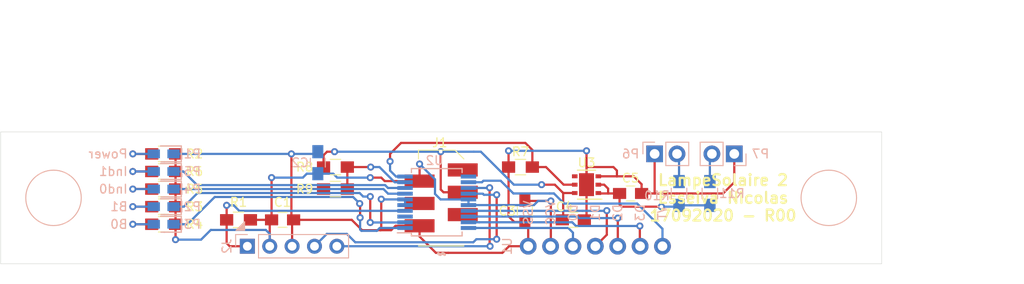
<source format=kicad_pcb>
(kicad_pcb (version 20171130) (host pcbnew "(5.1.6)-1")

  (general
    (thickness 1.6)
    (drawings 12)
    (tracks 266)
    (zones 0)
    (modules 29)
    (nets 32)
  )

  (page A4)
  (title_block
    (title "Lampe Solaire 2")
    (date 2020-09-17)
    (rev R00)
    (company ESN)
    (comment 1 "By Esseiva Nicolas")
    (comment 4 "Lampe Solaire portable")
  )

  (layers
    (0 F.Cu signal)
    (31 B.Cu signal)
    (32 B.Adhes user)
    (33 F.Adhes user)
    (34 B.Paste user)
    (35 F.Paste user)
    (36 B.SilkS user)
    (37 F.SilkS user)
    (38 B.Mask user)
    (39 F.Mask user)
    (40 Dwgs.User user)
    (41 Cmts.User user)
    (42 Eco1.User user)
    (43 Eco2.User user)
    (44 Edge.Cuts user)
    (45 Margin user)
    (46 B.CrtYd user)
    (47 F.CrtYd user)
    (48 B.Fab user)
    (49 F.Fab user)
  )

  (setup
    (last_trace_width 0.25)
    (trace_clearance 0.2)
    (zone_clearance 0.508)
    (zone_45_only no)
    (trace_min 0.2)
    (via_size 0.8)
    (via_drill 0.4)
    (via_min_size 0.4)
    (via_min_drill 0.3)
    (uvia_size 0.3)
    (uvia_drill 0.1)
    (uvias_allowed no)
    (uvia_min_size 0.2)
    (uvia_min_drill 0.1)
    (edge_width 0.05)
    (segment_width 0.2)
    (pcb_text_width 0.3)
    (pcb_text_size 1.5 1.5)
    (mod_edge_width 0.12)
    (mod_text_size 1 1)
    (mod_text_width 0.15)
    (pad_size 1.524 1.524)
    (pad_drill 0.762)
    (pad_to_mask_clearance 0.05)
    (aux_axis_origin 0 0)
    (visible_elements 7FFFFFFF)
    (pcbplotparams
      (layerselection 0x010fc_ffffffff)
      (usegerberextensions false)
      (usegerberattributes true)
      (usegerberadvancedattributes true)
      (creategerberjobfile true)
      (excludeedgelayer true)
      (linewidth 0.100000)
      (plotframeref false)
      (viasonmask false)
      (mode 1)
      (useauxorigin false)
      (hpglpennumber 1)
      (hpglpenspeed 20)
      (hpglpendiameter 15.000000)
      (psnegative false)
      (psa4output false)
      (plotreference true)
      (plotvalue true)
      (plotinvisibletext false)
      (padsonsilk false)
      (subtractmaskfromsilk false)
      (outputformat 1)
      (mirror false)
      (drillshape 1)
      (scaleselection 1)
      (outputdirectory ""))
  )

  (net 0 "")
  (net 1 GND)
  (net 2 VCC_3V3)
  (net 3 VBAT)
  (net 4 "Net-(C5-Pad1)")
  (net 5 "Net-(J1-Pad1)")
  (net 6 "Net-(J1-Pad4)")
  (net 7 "Net-(J1-Pad5)")
  (net 8 /ICSPCLK)
  (net 9 /ICSPDAT)
  (net 10 /VPP)
  (net 11 "Net-(P1-Pad2)")
  (net 12 "Net-(P2-Pad2)")
  (net 13 /BATTERY_IND_R)
  (net 14 /BATTERY_IND_G)
  (net 15 "Net-(P3-Pad2)")
  (net 16 "Net-(P4-Pad2)")
  (net 17 /LED_G)
  (net 18 /LED_R)
  (net 19 "Net-(P5-Pad2)")
  (net 20 "Net-(P6-Pad2)")
  (net 21 "Net-(P7-Pad2)")
  (net 22 /ENABLE)
  (net 23 /BATTERY_LVL)
  (net 24 /D2)
  (net 25 /D3)
  (net 26 /VT)
  (net 27 /D1)
  (net 28 /D0)
  (net 29 "Net-(U2-Pad11)")
  (net 30 "Net-(U2-Pad3)")
  (net 31 "Net-(U3-Pad4)")

  (net_class Default "This is the default net class."
    (clearance 0.2)
    (trace_width 0.25)
    (via_dia 0.8)
    (via_drill 0.4)
    (uvia_dia 0.3)
    (uvia_drill 0.1)
    (add_net /BATTERY_IND_G)
    (add_net /BATTERY_IND_R)
    (add_net /BATTERY_LVL)
    (add_net /D0)
    (add_net /D1)
    (add_net /D2)
    (add_net /D3)
    (add_net /ENABLE)
    (add_net /ICSPCLK)
    (add_net /ICSPDAT)
    (add_net /LED_G)
    (add_net /LED_R)
    (add_net /VPP)
    (add_net /VT)
    (add_net GND)
    (add_net "Net-(C5-Pad1)")
    (add_net "Net-(J1-Pad1)")
    (add_net "Net-(J1-Pad4)")
    (add_net "Net-(J1-Pad5)")
    (add_net "Net-(P1-Pad2)")
    (add_net "Net-(P2-Pad2)")
    (add_net "Net-(P3-Pad2)")
    (add_net "Net-(P4-Pad2)")
    (add_net "Net-(P5-Pad2)")
    (add_net "Net-(P6-Pad2)")
    (add_net "Net-(P7-Pad2)")
    (add_net "Net-(U2-Pad11)")
    (add_net "Net-(U2-Pad3)")
    (add_net "Net-(U3-Pad4)")
    (add_net VBAT)
    (add_net VCC_3V3)
  )

  (module EsseivaN_Lib:RF_RECEIVER (layer B.Cu) (tedit 5F650F79) (tstamp 5F5E4E4D)
    (at 167.5 113)
    (path /5F604821)
    (fp_text reference U1 (at -10 0 270) (layer B.SilkS)
      (effects (font (size 1 1) (thickness 0.15)) (justify mirror))
    )
    (fp_text value RF_RECEIVER (at 0 0) (layer B.Fab)
      (effects (font (size 1 1) (thickness 0.15)) (justify mirror))
    )
    (fp_text user VSS (at -7.62 -3.81 -90) (layer B.SilkS)
      (effects (font (size 1 1) (thickness 0.15)) (justify mirror))
    )
    (fp_text user VCC (at -5.08 -3.81 -90) (layer B.SilkS)
      (effects (font (size 1 1) (thickness 0.15)) (justify mirror))
    )
    (fp_text user D0 (at -2.54 -3.81 -90) (layer B.SilkS)
      (effects (font (size 1 1) (thickness 0.15)) (justify mirror))
    )
    (fp_text user D1 (at 0 -3.81 -90) (layer B.SilkS)
      (effects (font (size 1 1) (thickness 0.15)) (justify mirror))
    )
    (fp_text user D2 (at 2.54 -3.81 -90) (layer B.SilkS)
      (effects (font (size 1 1) (thickness 0.15)) (justify mirror))
    )
    (fp_text user D3 (at 5.08 -3.81 -90) (layer B.SilkS)
      (effects (font (size 1 1) (thickness 0.15)) (justify mirror))
    )
    (fp_text user VT (at 7.62 -3.81 -90) (layer B.SilkS)
      (effects (font (size 1 1) (thickness 0.15)) (justify mirror))
    )
    (fp_line (start 8.89 1.27) (end -8.89 1.27) (layer B.CrtYd) (width 0.15))
    (fp_line (start -8.89 1.27) (end -8.89 -1.27) (layer B.CrtYd) (width 0.15))
    (fp_line (start -8.89 -1.27) (end 8.89 -1.27) (layer B.CrtYd) (width 0.15))
    (fp_line (start 8.89 -1.27) (end 8.89 1.27) (layer B.CrtYd) (width 0.15))
    (pad 2 thru_hole circle (at -5.08 0) (size 1.9 1.9) (drill 1.1) (layers *.Cu *.Mask)
      (net 2 VCC_3V3))
    (pad 3 thru_hole circle (at -2.54 0) (size 1.9 1.9) (drill 1.1) (layers *.Cu *.Mask)
      (net 28 /D0))
    (pad 4 thru_hole circle (at 0 0) (size 1.9 1.9) (drill 1.1) (layers *.Cu *.Mask)
      (net 27 /D1))
    (pad 7 thru_hole circle (at 7.62 0) (size 1.9 1.9) (drill 1.1) (layers *.Cu *.Mask)
      (net 26 /VT))
    (pad 6 thru_hole circle (at 5.08 0) (size 1.9 1.9) (drill 1.1) (layers *.Cu *.Mask)
      (net 25 /D3))
    (pad 5 thru_hole circle (at 2.54 0) (size 1.9 1.9) (drill 1.1) (layers *.Cu *.Mask)
      (net 24 /D2))
    (pad 1 thru_hole circle (at -7.62 0) (size 1.9 1.9) (drill 1.1) (layers *.Cu *.Mask)
      (net 1 GND))
    (model ${KISYS3DMOD}/Connector_PinSocket_2.54mm.3dshapes/PinSocket_1x07_P2.54mm_Vertical.step
      (offset (xyz 7.62 0 0))
      (scale (xyz 1 1 1))
      (rotate (xyz 0 0 90))
    )
    (model C:/Workspace/3D/Cad/ElectronicParts/RecepteurRF.stp
      (offset (xyz -4.5 2.27 4))
      (scale (xyz 1 1 1))
      (rotate (xyz 0 0 0))
    )
  )

  (module EsseivaN_Lib:VIS_M3_88mm locked (layer B.Cu) (tedit 5F5E3C7D) (tstamp 5F5E4E21)
    (at 150 107.5)
    (descr "Trou diamètre 3.2mm pour vis M3")
    (tags "Perçage M3 3.2mm trou vis")
    (fp_text reference VIS_M3_88mm_space (at 0 -4) (layer B.SilkS) hide
      (effects (font (size 1.524 1.524) (thickness 0.3048)) (justify mirror))
    )
    (fp_text value ~ (at 0 6.35) (layer B.SilkS)
      (effects (font (size 1.524 1.524) (thickness 0.3048)) (justify mirror))
    )
    (fp_circle (center 44 0) (end 48 0) (layer B.CrtYd) (width 0.15))
    (fp_circle (center 44 0) (end 47.15 0) (layer B.CrtYd) (width 0.3048))
    (fp_circle (center 44 0) (end 47.15 0) (layer B.SilkS) (width 0.12))
    (fp_circle (center -44 0) (end -40.85 0) (layer B.CrtYd) (width 0.3048))
    (fp_circle (center -44 0) (end -40 0) (layer B.CrtYd) (width 0.15))
    (fp_circle (center -44 0) (end -40.85 0) (layer B.SilkS) (width 0.12))
    (pad "" np_thru_hole circle (at 44 0) (size 3.2 3.2) (drill 3.2) (layers *.Cu *.Mask))
    (pad "" np_thru_hole circle (at -44 0) (size 3.2 3.2) (drill 3.2) (layers *.Cu *.Mask))
    (model ${KIPRJMOD}/Libraries/modules/packages3d/project/Vis-M3.wrl
      (at (xyz 0 0 0))
      (scale (xyz 1 1 1))
      (rotate (xyz 0 0 0))
    )
  )

  (module EsseivaN_Lib:C_0805_HandSoldering (layer F.Cu) (tedit 5F526A01) (tstamp 5F5D3EC4)
    (at 132 110)
    (descr "Capacitor SMD 0805, hand soldering")
    (tags "capacitor 0805")
    (path /5F6A801B)
    (attr smd)
    (fp_text reference C1 (at 0 -2) (layer F.SilkS)
      (effects (font (size 1 1) (thickness 0.15)))
    )
    (fp_text value 4.7uF (at 0 1.75) (layer F.Fab)
      (effects (font (size 1 1) (thickness 0.15)))
    )
    (fp_line (start 2.25 0.87) (end -2.25 0.87) (layer F.CrtYd) (width 0.05))
    (fp_line (start 2.25 0.87) (end 2.25 -0.88) (layer F.CrtYd) (width 0.05))
    (fp_line (start -2.25 -0.88) (end -2.25 0.87) (layer F.CrtYd) (width 0.05))
    (fp_line (start -2.25 -0.88) (end 2.25 -0.88) (layer F.CrtYd) (width 0.05))
    (fp_line (start -0.5 0.85) (end 0.5 0.85) (layer F.SilkS) (width 0.12))
    (fp_line (start 0.5 -0.85) (end -0.5 -0.85) (layer F.SilkS) (width 0.12))
    (fp_line (start -1 -0.62) (end 1 -0.62) (layer F.Fab) (width 0.1))
    (fp_line (start 1 -0.62) (end 1 0.62) (layer F.Fab) (width 0.1))
    (fp_line (start 1 0.62) (end -1 0.62) (layer F.Fab) (width 0.1))
    (fp_line (start -1 0.62) (end -1 -0.62) (layer F.Fab) (width 0.1))
    (fp_text user %R (at 0 -1.75) (layer F.Fab)
      (effects (font (size 1 1) (thickness 0.15)))
    )
    (pad 1 smd rect (at -1.25 0) (size 1.5 1.25) (layers F.Cu F.Paste F.Mask)
      (net 2 VCC_3V3))
    (pad 2 smd rect (at 1.25 0) (size 1.5 1.25) (layers F.Cu F.Paste F.Mask)
      (net 1 GND))
    (model ${KISYS3DMOD}/Capacitor_SMD.3dshapes/C_0805_2012Metric.step
      (at (xyz 0 0 0))
      (scale (xyz 1 1 1))
      (rotate (xyz 0 0 0))
    )
  )

  (module EsseivaN_Lib:C_0805_HandSoldering (layer B.Cu) (tedit 5F526A01) (tstamp 5F5D3ED5)
    (at 136 103.5 90)
    (descr "Capacitor SMD 0805, hand soldering")
    (tags "capacitor 0805")
    (path /5F534D3B)
    (attr smd)
    (fp_text reference C2 (at 0 -2) (layer B.SilkS)
      (effects (font (size 1 1) (thickness 0.15)) (justify mirror))
    )
    (fp_text value 100nF (at 0 -1.75 -90) (layer B.Fab)
      (effects (font (size 1 1) (thickness 0.15)) (justify mirror))
    )
    (fp_line (start 2.25 -0.87) (end -2.25 -0.87) (layer B.CrtYd) (width 0.05))
    (fp_line (start 2.25 -0.87) (end 2.25 0.88) (layer B.CrtYd) (width 0.05))
    (fp_line (start -2.25 0.88) (end -2.25 -0.87) (layer B.CrtYd) (width 0.05))
    (fp_line (start -2.25 0.88) (end 2.25 0.88) (layer B.CrtYd) (width 0.05))
    (fp_line (start -0.5 -0.85) (end 0.5 -0.85) (layer B.SilkS) (width 0.12))
    (fp_line (start 0.5 0.85) (end -0.5 0.85) (layer B.SilkS) (width 0.12))
    (fp_line (start -1 0.62) (end 1 0.62) (layer B.Fab) (width 0.1))
    (fp_line (start 1 0.62) (end 1 -0.62) (layer B.Fab) (width 0.1))
    (fp_line (start 1 -0.62) (end -1 -0.62) (layer B.Fab) (width 0.1))
    (fp_line (start -1 -0.62) (end -1 0.62) (layer B.Fab) (width 0.1))
    (fp_text user %R (at 0 1.75 -90) (layer B.Fab)
      (effects (font (size 1 1) (thickness 0.15)) (justify mirror))
    )
    (pad 1 smd rect (at -1.25 0 90) (size 1.5 1.25) (layers B.Cu B.Paste B.Mask)
      (net 2 VCC_3V3))
    (pad 2 smd rect (at 1.25 0 90) (size 1.5 1.25) (layers B.Cu B.Paste B.Mask)
      (net 1 GND))
    (model ${KISYS3DMOD}/Capacitor_SMD.3dshapes/C_0805_2012Metric.step
      (at (xyz 0 0 0))
      (scale (xyz 1 1 1))
      (rotate (xyz 0 0 0))
    )
  )

  (module EsseivaN_Lib:C_0805_HandSoldering (layer F.Cu) (tedit 5F526A01) (tstamp 5F5D3EE6)
    (at 159.5 109 270)
    (descr "Capacitor SMD 0805, hand soldering")
    (tags "capacitor 0805")
    (path /5F52DAAC)
    (attr smd)
    (fp_text reference C3 (at 0 2 180) (layer F.SilkS)
      (effects (font (size 1 1) (thickness 0.15)))
    )
    (fp_text value 100nF (at 0 1.75 90) (layer F.Fab)
      (effects (font (size 1 1) (thickness 0.15)))
    )
    (fp_line (start 2.25 0.87) (end -2.25 0.87) (layer F.CrtYd) (width 0.05))
    (fp_line (start 2.25 0.87) (end 2.25 -0.88) (layer F.CrtYd) (width 0.05))
    (fp_line (start -2.25 -0.88) (end -2.25 0.87) (layer F.CrtYd) (width 0.05))
    (fp_line (start -2.25 -0.88) (end 2.25 -0.88) (layer F.CrtYd) (width 0.05))
    (fp_line (start -0.5 0.85) (end 0.5 0.85) (layer F.SilkS) (width 0.12))
    (fp_line (start 0.5 -0.85) (end -0.5 -0.85) (layer F.SilkS) (width 0.12))
    (fp_line (start -1 -0.62) (end 1 -0.62) (layer F.Fab) (width 0.1))
    (fp_line (start 1 -0.62) (end 1 0.62) (layer F.Fab) (width 0.1))
    (fp_line (start 1 0.62) (end -1 0.62) (layer F.Fab) (width 0.1))
    (fp_line (start -1 0.62) (end -1 -0.62) (layer F.Fab) (width 0.1))
    (fp_text user %R (at 0 -1.75 90) (layer F.Fab)
      (effects (font (size 1 1) (thickness 0.15)))
    )
    (pad 1 smd rect (at -1.25 0 270) (size 1.5 1.25) (layers F.Cu F.Paste F.Mask)
      (net 2 VCC_3V3))
    (pad 2 smd rect (at 1.25 0 270) (size 1.5 1.25) (layers F.Cu F.Paste F.Mask)
      (net 1 GND))
    (model ${KISYS3DMOD}/Capacitor_SMD.3dshapes/C_0805_2012Metric.step
      (at (xyz 0 0 0))
      (scale (xyz 1 1 1))
      (rotate (xyz 0 0 0))
    )
  )

  (module EsseivaN_Lib:C_0805_HandSoldering (layer F.Cu) (tedit 5F526A01) (tstamp 5F5E5E24)
    (at 165 110)
    (descr "Capacitor SMD 0805, hand soldering")
    (tags "capacitor 0805")
    (path /5F5E55B4)
    (attr smd)
    (fp_text reference C4 (at -1 -1.5 180) (layer F.SilkS)
      (effects (font (size 1 1) (thickness 0.15)))
    )
    (fp_text value 4.7uF (at 0 1.75 180) (layer F.Fab)
      (effects (font (size 1 1) (thickness 0.15)))
    )
    (fp_line (start 2.25 0.87) (end -2.25 0.87) (layer F.CrtYd) (width 0.05))
    (fp_line (start 2.25 0.87) (end 2.25 -0.88) (layer F.CrtYd) (width 0.05))
    (fp_line (start -2.25 -0.88) (end -2.25 0.87) (layer F.CrtYd) (width 0.05))
    (fp_line (start -2.25 -0.88) (end 2.25 -0.88) (layer F.CrtYd) (width 0.05))
    (fp_line (start -0.5 0.85) (end 0.5 0.85) (layer F.SilkS) (width 0.12))
    (fp_line (start 0.5 -0.85) (end -0.5 -0.85) (layer F.SilkS) (width 0.12))
    (fp_line (start -1 -0.62) (end 1 -0.62) (layer F.Fab) (width 0.1))
    (fp_line (start 1 -0.62) (end 1 0.62) (layer F.Fab) (width 0.1))
    (fp_line (start 1 0.62) (end -1 0.62) (layer F.Fab) (width 0.1))
    (fp_line (start -1 0.62) (end -1 -0.62) (layer F.Fab) (width 0.1))
    (fp_text user %R (at 0 -1.75 180) (layer F.Fab)
      (effects (font (size 1 1) (thickness 0.15)))
    )
    (pad 1 smd rect (at -1.25 0) (size 1.5 1.25) (layers F.Cu F.Paste F.Mask)
      (net 3 VBAT))
    (pad 2 smd rect (at 1.25 0) (size 1.5 1.25) (layers F.Cu F.Paste F.Mask)
      (net 1 GND))
    (model ${KISYS3DMOD}/Capacitor_SMD.3dshapes/C_0805_2012Metric.step
      (at (xyz 0 0 0))
      (scale (xyz 1 1 1))
      (rotate (xyz 0 0 0))
    )
  )

  (module EsseivaN_Lib:C_0805_HandSoldering (layer F.Cu) (tedit 5F526A01) (tstamp 5F5E5D88)
    (at 171.5 107)
    (descr "Capacitor SMD 0805, hand soldering")
    (tags "capacitor 0805")
    (path /5F5E827B)
    (attr smd)
    (fp_text reference C5 (at 0 -1.75) (layer F.SilkS)
      (effects (font (size 1 1) (thickness 0.15)))
    )
    (fp_text value 4.7uF (at 0 1.75) (layer F.Fab)
      (effects (font (size 1 1) (thickness 0.15)))
    )
    (fp_line (start 2.25 0.87) (end -2.25 0.87) (layer F.CrtYd) (width 0.05))
    (fp_line (start 2.25 0.87) (end 2.25 -0.88) (layer F.CrtYd) (width 0.05))
    (fp_line (start -2.25 -0.88) (end -2.25 0.87) (layer F.CrtYd) (width 0.05))
    (fp_line (start -2.25 -0.88) (end 2.25 -0.88) (layer F.CrtYd) (width 0.05))
    (fp_line (start -0.5 0.85) (end 0.5 0.85) (layer F.SilkS) (width 0.12))
    (fp_line (start 0.5 -0.85) (end -0.5 -0.85) (layer F.SilkS) (width 0.12))
    (fp_line (start -1 -0.62) (end 1 -0.62) (layer F.Fab) (width 0.1))
    (fp_line (start 1 -0.62) (end 1 0.62) (layer F.Fab) (width 0.1))
    (fp_line (start 1 0.62) (end -1 0.62) (layer F.Fab) (width 0.1))
    (fp_line (start -1 0.62) (end -1 -0.62) (layer F.Fab) (width 0.1))
    (fp_text user %R (at 0 -1.75) (layer F.Fab)
      (effects (font (size 1 1) (thickness 0.15)))
    )
    (pad 1 smd rect (at -1.25 0) (size 1.5 1.25) (layers F.Cu F.Paste F.Mask)
      (net 4 "Net-(C5-Pad1)"))
    (pad 2 smd rect (at 1.25 0) (size 1.5 1.25) (layers F.Cu F.Paste F.Mask)
      (net 1 GND))
    (model ${KISYS3DMOD}/Capacitor_SMD.3dshapes/C_0805_2012Metric.step
      (at (xyz 0 0 0))
      (scale (xyz 1 1 1))
      (rotate (xyz 0 0 0))
    )
  )

  (module EsseivaN_Lib:MicroMatch_6P_Female (layer F.Cu) (tedit 5F61F4DF) (tstamp 5F5D3F16)
    (at 150 107.5 270)
    (path /5F527105)
    (fp_text reference J1 (at -6.275 0.15) (layer F.SilkS)
      (effects (font (size 1 1) (thickness 0.15)))
    )
    (fp_text value Connector (at -1.975 -5.15 90) (layer F.Fab)
      (effects (font (size 1 1) (thickness 0.15)))
    )
    (fp_line (start -5.425 -1.575) (end -5.425 2.575) (layer F.SilkS) (width 0.12))
    (fp_line (start -5.425 2.575) (end -4.425 2.575) (layer F.SilkS) (width 0.12))
    (fp_line (start -5.425 -1.575) (end -4.425 -2.575) (layer F.SilkS) (width 0.12))
    (fp_line (start 5.465 -2.575) (end 5.465 2.575) (layer F.SilkS) (width 0.12))
    (pad 6 smd rect (at 3.175 2.45 90) (size 1.5 3.4) (layers F.Cu F.Paste F.Mask)
      (net 1 GND))
    (pad 5 smd rect (at 1.905 -2.45 90) (size 1.5 3.4) (layers F.Cu F.Paste F.Mask)
      (net 7 "Net-(J1-Pad5)"))
    (pad 4 smd rect (at 0.635 2.45 90) (size 1.5 3.4) (layers F.Cu F.Paste F.Mask)
      (net 6 "Net-(J1-Pad4)"))
    (pad 2 smd rect (at -1.905 2.45 90) (size 1.5 3.4) (layers F.Cu F.Paste F.Mask)
      (net 2 VCC_3V3))
    (pad 3 smd rect (at -0.635 -2.45 90) (size 1.5 3.4) (layers F.Cu F.Paste F.Mask)
      (net 3 VBAT))
    (pad 1 smd rect (at -3.175 -2.45 90) (size 1.5 3.4) (layers F.Cu F.Paste F.Mask)
      (net 5 "Net-(J1-Pad1)"))
    (model C:/Workspace/3D/Cad/MicroMatch/c-188275-6-u-3d.stp
      (offset (xyz 0 0 5.1))
      (scale (xyz 1 1 1))
      (rotate (xyz 0 0 0))
    )
  )

  (module EsseivaN_Lib:Pin_Header_Straight_1x05_Pitch2.54mm (layer B.Cu) (tedit 5F5E60A1) (tstamp 5F5D3F30)
    (at 128 113 270)
    (descr "Through hole straight pin header, 1x06, 2.54mm pitch, single row")
    (tags "Through hole pin header THT 1x06 2.54mm single row")
    (path /5F619EEB)
    (fp_text reference J2 (at 0 2.33 90) (layer B.SilkS)
      (effects (font (size 1 1) (thickness 0.15)) (justify mirror))
    )
    (fp_text value CONN_ICSP (at 0 -12.49 270) (layer B.Fab)
      (effects (font (size 1 1) (thickness 0.15)) (justify mirror))
    )
    (fp_line (start -0.635 1.27) (end 1.27 1.27) (layer B.Fab) (width 0.1))
    (fp_line (start 1.27 1.27) (end 1.27 -11.43) (layer B.Fab) (width 0.1))
    (fp_line (start 1.27 -11.43) (end -1.27 -11.43) (layer B.Fab) (width 0.1))
    (fp_line (start -1.27 -11.43) (end -1.27 0.635) (layer B.Fab) (width 0.1))
    (fp_line (start -1.27 0.635) (end -0.635 1.27) (layer B.Fab) (width 0.1))
    (fp_line (start -1.33 -11.49) (end 1.33 -11.49) (layer B.SilkS) (width 0.12))
    (fp_line (start -1.33 -1.27) (end -1.33 -11.49) (layer B.SilkS) (width 0.12))
    (fp_line (start 1.33 -1.27) (end 1.33 -11.49) (layer B.SilkS) (width 0.12))
    (fp_line (start -1.33 -1.27) (end 1.33 -1.27) (layer B.SilkS) (width 0.12))
    (fp_line (start -1.33 0) (end -1.33 1.33) (layer B.SilkS) (width 0.12))
    (fp_line (start -1.33 1.33) (end 0 1.33) (layer B.SilkS) (width 0.12))
    (fp_line (start -1.8 1.8) (end -1.8 -11.96) (layer B.CrtYd) (width 0.05))
    (fp_line (start -1.8 -11.96) (end 1.8 -11.96) (layer B.CrtYd) (width 0.05))
    (fp_line (start 1.8 -11.96) (end 1.8 1.8) (layer B.CrtYd) (width 0.05))
    (fp_line (start 1.8 1.8) (end -1.8 1.8) (layer B.CrtYd) (width 0.05))
    (fp_poly (pts (xy -1.8 0.3) (xy -2.8 0.3) (xy -1.8 1.3)) (layer B.SilkS) (width 0.1))
    (fp_text user %R (at 0 -6.35) (layer B.Fab)
      (effects (font (size 1 1) (thickness 0.15)) (justify mirror))
    )
    (pad 1 thru_hole rect (at 0 0 270) (size 1.7 1.7) (drill 1) (layers *.Cu *.Mask)
      (net 10 /VPP))
    (pad 2 thru_hole oval (at 0 -2.54 270) (size 1.7 1.7) (drill 1) (layers *.Cu *.Mask)
      (net 2 VCC_3V3))
    (pad 3 thru_hole oval (at 0 -5.08 270) (size 1.7 1.7) (drill 1) (layers *.Cu *.Mask)
      (net 1 GND))
    (pad 4 thru_hole oval (at 0 -7.62 270) (size 1.7 1.7) (drill 1) (layers *.Cu *.Mask)
      (net 9 /ICSPDAT))
    (pad 5 thru_hole oval (at 0 -10.16 270) (size 1.7 1.7) (drill 1) (layers *.Cu *.Mask)
      (net 8 /ICSPCLK))
    (model ${KISYS3DMOD}/Connector_PinHeader_2.54mm.3dshapes/PinHeader_1x05_P2.54mm_Vertical.step
      (at (xyz 0 0 0))
      (scale (xyz 1 1 1))
      (rotate (xyz 0 0 0))
    )
  )

  (module EsseivaN_Lib:D_0603_HandSoldering (layer B.Cu) (tedit 5F5E5F45) (tstamp 5F5E515F)
    (at 118.5 102.5 180)
    (descr "Capacitor SMD 0603, hand soldering")
    (tags "capacitor 0603")
    (path /5F5D2279)
    (attr smd)
    (fp_text reference P1 (at -3.25 0 180) (layer B.SilkS)
      (effects (font (size 1 1) (thickness 0.15)) (justify mirror))
    )
    (fp_text value GREEN (at -0.2 -1.8 180) (layer B.Fab)
      (effects (font (size 1 1) (thickness 0.15)) (justify mirror))
    )
    (fp_line (start 1.8 -0.65) (end -1.8 -0.65) (layer B.CrtYd) (width 0.05))
    (fp_line (start 1.8 -0.65) (end 1.8 0.65) (layer B.CrtYd) (width 0.05))
    (fp_line (start -1.8 0.65) (end -1.8 -0.65) (layer B.CrtYd) (width 0.05))
    (fp_line (start -1.8 0.65) (end 1.8 0.65) (layer B.CrtYd) (width 0.05))
    (fp_line (start 0.4 0.4) (end 0.4 -0.4) (layer B.Fab) (width 0.15))
    (fp_line (start -0.45 0) (end 0.4 0.4) (layer B.Fab) (width 0.15))
    (fp_line (start 0.4 -0.45) (end -0.45 0) (layer B.Fab) (width 0.15))
    (fp_line (start -0.45 0.4) (end -0.45 -0.45) (layer B.Fab) (width 0.15))
    (fp_line (start -2 0.9) (end 0.35 0.9) (layer B.SilkS) (width 0.15))
    (fp_line (start -2 -0.9) (end 0.3 -0.9) (layer B.SilkS) (width 0.15))
    (fp_line (start -0.1 -0.9) (end -0.05 -0.9) (layer B.SilkS) (width 0.15))
    (fp_line (start -2 0.9) (end -2 -0.9) (layer B.SilkS) (width 0.15))
    (pad 2 smd rect (at 1.125 0 180) (size 1.4 1) (layers B.Cu B.Paste B.Mask)
      (net 11 "Net-(P1-Pad2)"))
    (pad 1 smd rect (at -1.125 0 180) (size 1.4 1) (layers B.Cu B.Paste B.Mask)
      (net 1 GND))
    (model ${KISYS3DMOD}/LED_SMD.3dshapes/LED_0603_1608Metric.step
      (at (xyz 0 0 0))
      (scale (xyz 1 1 1))
      (rotate (xyz 0 0 0))
    )
  )

  (module EsseivaN_Lib:D_0603_HandSoldering (layer B.Cu) (tedit 5F5E5F45) (tstamp 5F5E51C5)
    (at 118.5 108.5 180)
    (descr "Capacitor SMD 0603, hand soldering")
    (tags "capacitor 0603")
    (path /5F52B67A)
    (attr smd)
    (fp_text reference P2 (at -3.25 0 180) (layer B.SilkS)
      (effects (font (size 1 1) (thickness 0.15)) (justify mirror))
    )
    (fp_text value LED (at -0.2 -1.8 180) (layer B.Fab)
      (effects (font (size 1 1) (thickness 0.15)) (justify mirror))
    )
    (fp_line (start 1.8 -0.65) (end -1.8 -0.65) (layer B.CrtYd) (width 0.05))
    (fp_line (start 1.8 -0.65) (end 1.8 0.65) (layer B.CrtYd) (width 0.05))
    (fp_line (start -1.8 0.65) (end -1.8 -0.65) (layer B.CrtYd) (width 0.05))
    (fp_line (start -1.8 0.65) (end 1.8 0.65) (layer B.CrtYd) (width 0.05))
    (fp_line (start 0.4 0.4) (end 0.4 -0.4) (layer B.Fab) (width 0.15))
    (fp_line (start -0.45 0) (end 0.4 0.4) (layer B.Fab) (width 0.15))
    (fp_line (start 0.4 -0.45) (end -0.45 0) (layer B.Fab) (width 0.15))
    (fp_line (start -0.45 0.4) (end -0.45 -0.45) (layer B.Fab) (width 0.15))
    (fp_line (start -2 0.9) (end 0.35 0.9) (layer B.SilkS) (width 0.15))
    (fp_line (start -2 -0.9) (end 0.3 -0.9) (layer B.SilkS) (width 0.15))
    (fp_line (start -0.1 -0.9) (end -0.05 -0.9) (layer B.SilkS) (width 0.15))
    (fp_line (start -2 0.9) (end -2 -0.9) (layer B.SilkS) (width 0.15))
    (pad 2 smd rect (at 1.125 0 180) (size 1.4 1) (layers B.Cu B.Paste B.Mask)
      (net 12 "Net-(P2-Pad2)"))
    (pad 1 smd rect (at -1.125 0 180) (size 1.4 1) (layers B.Cu B.Paste B.Mask)
      (net 13 /BATTERY_IND_R))
    (model ${KISYS3DMOD}/LED_SMD.3dshapes/LED_0603_1608Metric.step
      (at (xyz 0 0 0))
      (scale (xyz 1 1 1))
      (rotate (xyz 0 0 0))
    )
  )

  (module EsseivaN_Lib:D_0603_HandSoldering (layer B.Cu) (tedit 5F5E5F45) (tstamp 5F5E69F0)
    (at 118.5 110.5 180)
    (descr "Capacitor SMD 0603, hand soldering")
    (tags "capacitor 0603")
    (path /5F529BFD)
    (attr smd)
    (fp_text reference P3 (at -3.25 0 180) (layer B.SilkS)
      (effects (font (size 1 1) (thickness 0.15)) (justify mirror))
    )
    (fp_text value LED (at -0.2 -1.8 180) (layer B.Fab)
      (effects (font (size 1 1) (thickness 0.15)) (justify mirror))
    )
    (fp_line (start 1.8 -0.65) (end -1.8 -0.65) (layer B.CrtYd) (width 0.05))
    (fp_line (start 1.8 -0.65) (end 1.8 0.65) (layer B.CrtYd) (width 0.05))
    (fp_line (start -1.8 0.65) (end -1.8 -0.65) (layer B.CrtYd) (width 0.05))
    (fp_line (start -1.8 0.65) (end 1.8 0.65) (layer B.CrtYd) (width 0.05))
    (fp_line (start 0.4 0.4) (end 0.4 -0.4) (layer B.Fab) (width 0.15))
    (fp_line (start -0.45 0) (end 0.4 0.4) (layer B.Fab) (width 0.15))
    (fp_line (start 0.4 -0.45) (end -0.45 0) (layer B.Fab) (width 0.15))
    (fp_line (start -0.45 0.4) (end -0.45 -0.45) (layer B.Fab) (width 0.15))
    (fp_line (start -2 0.9) (end 0.35 0.9) (layer B.SilkS) (width 0.15))
    (fp_line (start -2 -0.9) (end 0.3 -0.9) (layer B.SilkS) (width 0.15))
    (fp_line (start -0.1 -0.9) (end -0.05 -0.9) (layer B.SilkS) (width 0.15))
    (fp_line (start -2 0.9) (end -2 -0.9) (layer B.SilkS) (width 0.15))
    (pad 2 smd rect (at 1.125 0 180) (size 1.4 1) (layers B.Cu B.Paste B.Mask)
      (net 15 "Net-(P3-Pad2)"))
    (pad 1 smd rect (at -1.125 0 180) (size 1.4 1) (layers B.Cu B.Paste B.Mask)
      (net 14 /BATTERY_IND_G))
    (model ${KISYS3DMOD}/LED_SMD.3dshapes/LED_0603_1608Metric.step
      (at (xyz 0 0 0))
      (scale (xyz 1 1 1))
      (rotate (xyz 0 0 0))
    )
  )

  (module EsseivaN_Lib:D_0603_HandSoldering (layer B.Cu) (tedit 5F5E5F45) (tstamp 5F5E5192)
    (at 118.5 106.5 180)
    (descr "Capacitor SMD 0603, hand soldering")
    (tags "capacitor 0603")
    (path /5F53EA3C)
    (attr smd)
    (fp_text reference P4 (at -3.25 0 180) (layer B.SilkS)
      (effects (font (size 1 1) (thickness 0.15)) (justify mirror))
    )
    (fp_text value RED (at -0.2 -1.8 180) (layer B.Fab)
      (effects (font (size 1 1) (thickness 0.15)) (justify mirror))
    )
    (fp_line (start 1.8 -0.65) (end -1.8 -0.65) (layer B.CrtYd) (width 0.05))
    (fp_line (start 1.8 -0.65) (end 1.8 0.65) (layer B.CrtYd) (width 0.05))
    (fp_line (start -1.8 0.65) (end -1.8 -0.65) (layer B.CrtYd) (width 0.05))
    (fp_line (start -1.8 0.65) (end 1.8 0.65) (layer B.CrtYd) (width 0.05))
    (fp_line (start 0.4 0.4) (end 0.4 -0.4) (layer B.Fab) (width 0.15))
    (fp_line (start -0.45 0) (end 0.4 0.4) (layer B.Fab) (width 0.15))
    (fp_line (start 0.4 -0.45) (end -0.45 0) (layer B.Fab) (width 0.15))
    (fp_line (start -0.45 0.4) (end -0.45 -0.45) (layer B.Fab) (width 0.15))
    (fp_line (start -2 0.9) (end 0.35 0.9) (layer B.SilkS) (width 0.15))
    (fp_line (start -2 -0.9) (end 0.3 -0.9) (layer B.SilkS) (width 0.15))
    (fp_line (start -0.1 -0.9) (end -0.05 -0.9) (layer B.SilkS) (width 0.15))
    (fp_line (start -2 0.9) (end -2 -0.9) (layer B.SilkS) (width 0.15))
    (pad 2 smd rect (at 1.125 0 180) (size 1.4 1) (layers B.Cu B.Paste B.Mask)
      (net 16 "Net-(P4-Pad2)"))
    (pad 1 smd rect (at -1.125 0 180) (size 1.4 1) (layers B.Cu B.Paste B.Mask)
      (net 17 /LED_G))
    (model ${KISYS3DMOD}/LED_SMD.3dshapes/LED_0603_1608Metric.step
      (at (xyz 0 0 0))
      (scale (xyz 1 1 1))
      (rotate (xyz 0 0 0))
    )
  )

  (module EsseivaN_Lib:D_0603_HandSoldering (layer B.Cu) (tedit 5F5E5F45) (tstamp 5F5E51F8)
    (at 118.5 104.5 180)
    (descr "Capacitor SMD 0603, hand soldering")
    (tags "capacitor 0603")
    (path /5F53E2E1)
    (attr smd)
    (fp_text reference P5 (at -3.25 0 180) (layer B.SilkS)
      (effects (font (size 1 1) (thickness 0.15)) (justify mirror))
    )
    (fp_text value GREEN (at -0.2 -1.8 180) (layer B.Fab)
      (effects (font (size 1 1) (thickness 0.15)) (justify mirror))
    )
    (fp_line (start 1.8 -0.65) (end -1.8 -0.65) (layer B.CrtYd) (width 0.05))
    (fp_line (start 1.8 -0.65) (end 1.8 0.65) (layer B.CrtYd) (width 0.05))
    (fp_line (start -1.8 0.65) (end -1.8 -0.65) (layer B.CrtYd) (width 0.05))
    (fp_line (start -1.8 0.65) (end 1.8 0.65) (layer B.CrtYd) (width 0.05))
    (fp_line (start 0.4 0.4) (end 0.4 -0.4) (layer B.Fab) (width 0.15))
    (fp_line (start -0.45 0) (end 0.4 0.4) (layer B.Fab) (width 0.15))
    (fp_line (start 0.4 -0.45) (end -0.45 0) (layer B.Fab) (width 0.15))
    (fp_line (start -0.45 0.4) (end -0.45 -0.45) (layer B.Fab) (width 0.15))
    (fp_line (start -2 0.9) (end 0.35 0.9) (layer B.SilkS) (width 0.15))
    (fp_line (start -2 -0.9) (end 0.3 -0.9) (layer B.SilkS) (width 0.15))
    (fp_line (start -0.1 -0.9) (end -0.05 -0.9) (layer B.SilkS) (width 0.15))
    (fp_line (start -2 0.9) (end -2 -0.9) (layer B.SilkS) (width 0.15))
    (pad 2 smd rect (at 1.125 0 180) (size 1.4 1) (layers B.Cu B.Paste B.Mask)
      (net 19 "Net-(P5-Pad2)"))
    (pad 1 smd rect (at -1.125 0 180) (size 1.4 1) (layers B.Cu B.Paste B.Mask)
      (net 18 /LED_R))
    (model ${KISYS3DMOD}/LED_SMD.3dshapes/LED_0603_1608Metric.step
      (at (xyz 0 0 0))
      (scale (xyz 1 1 1))
      (rotate (xyz 0 0 0))
    )
  )

  (module EsseivaN_Lib:Pin_Header_Straight_1x02_Pitch2.54mm (layer B.Cu) (tedit 5F5E607E) (tstamp 5F5D3FA0)
    (at 175.5 102.5 270)
    (descr "Through hole straight pin header, 1x02, 2.54mm pitch, single row")
    (tags "Through hole pin header THT 1x02 2.54mm single row")
    (path /5F71FA82)
    (fp_text reference P6 (at 0 4 180) (layer B.SilkS)
      (effects (font (size 1 1) (thickness 0.15)) (justify mirror))
    )
    (fp_text value 3V (at 0 -3.6 90) (layer B.Fab)
      (effects (font (size 1 1) (thickness 0.15)) (justify mirror))
    )
    (fp_line (start -0.635 2.54) (end 1.27 2.54) (layer B.Fab) (width 0.1))
    (fp_line (start 1.27 2.54) (end 1.27 -2.54) (layer B.Fab) (width 0.1))
    (fp_line (start 1.27 -2.54) (end -1.27 -2.54) (layer B.Fab) (width 0.1))
    (fp_line (start -1.27 -2.54) (end -1.27 1.905) (layer B.Fab) (width 0.1))
    (fp_line (start -1.27 1.905) (end -0.635 2.54) (layer B.Fab) (width 0.1))
    (fp_line (start -1.33 -2.6) (end 1.33 -2.6) (layer B.SilkS) (width 0.12))
    (fp_line (start -1.33 0) (end -1.33 -2.6) (layer B.SilkS) (width 0.12))
    (fp_line (start 1.33 0) (end 1.33 -2.6) (layer B.SilkS) (width 0.12))
    (fp_line (start -1.33 0) (end 1.33 0) (layer B.SilkS) (width 0.12))
    (fp_line (start -1.33 1.27) (end -1.33 2.6) (layer B.SilkS) (width 0.12))
    (fp_line (start -1.33 2.6) (end 0 2.6) (layer B.SilkS) (width 0.12))
    (fp_line (start -1.8 3.07) (end -1.8 -3.08) (layer B.CrtYd) (width 0.05))
    (fp_line (start -1.8 -3.08) (end 1.8 -3.08) (layer B.CrtYd) (width 0.05))
    (fp_line (start 1.8 -3.08) (end 1.8 3.07) (layer B.CrtYd) (width 0.05))
    (fp_line (start 1.8 3.07) (end -1.8 3.07) (layer B.CrtYd) (width 0.05))
    (fp_text user %R (at 0 0 180) (layer B.Fab)
      (effects (font (size 1 1) (thickness 0.15)) (justify mirror))
    )
    (pad 2 thru_hole circle (at 0 -1.27 270) (size 1.9 1.9) (drill 1.1) (layers *.Cu *.Mask)
      (net 20 "Net-(P6-Pad2)"))
    (pad 1 thru_hole rect (at 0 1.27 270) (size 1.9 1.9) (drill 1.1) (layers *.Cu *.Mask)
      (net 1 GND))
    (model ${KISYS3DMOD}/Connector_PinHeader_2.54mm.3dshapes/PinHeader_1x02_P2.54mm_Vertical.step
      (offset (xyz 0 1.27 0))
      (scale (xyz 1 1 1))
      (rotate (xyz 0 0 0))
    )
  )

  (module EsseivaN_Lib:Pin_Header_Straight_1x02_Pitch2.54mm (layer B.Cu) (tedit 5F5E607E) (tstamp 5F5E7E5A)
    (at 182 102.5 90)
    (descr "Through hole straight pin header, 1x02, 2.54mm pitch, single row")
    (tags "Through hole pin header THT 1x02 2.54mm single row")
    (path /5F721F67)
    (fp_text reference P7 (at 0 4.25 180) (layer B.SilkS)
      (effects (font (size 1 1) (thickness 0.15)) (justify mirror))
    )
    (fp_text value 3V (at 0 -3.6 90) (layer B.Fab)
      (effects (font (size 1 1) (thickness 0.15)) (justify mirror))
    )
    (fp_line (start -0.635 2.54) (end 1.27 2.54) (layer B.Fab) (width 0.1))
    (fp_line (start 1.27 2.54) (end 1.27 -2.54) (layer B.Fab) (width 0.1))
    (fp_line (start 1.27 -2.54) (end -1.27 -2.54) (layer B.Fab) (width 0.1))
    (fp_line (start -1.27 -2.54) (end -1.27 1.905) (layer B.Fab) (width 0.1))
    (fp_line (start -1.27 1.905) (end -0.635 2.54) (layer B.Fab) (width 0.1))
    (fp_line (start -1.33 -2.6) (end 1.33 -2.6) (layer B.SilkS) (width 0.12))
    (fp_line (start -1.33 0) (end -1.33 -2.6) (layer B.SilkS) (width 0.12))
    (fp_line (start 1.33 0) (end 1.33 -2.6) (layer B.SilkS) (width 0.12))
    (fp_line (start -1.33 0) (end 1.33 0) (layer B.SilkS) (width 0.12))
    (fp_line (start -1.33 1.27) (end -1.33 2.6) (layer B.SilkS) (width 0.12))
    (fp_line (start -1.33 2.6) (end 0 2.6) (layer B.SilkS) (width 0.12))
    (fp_line (start -1.8 3.07) (end -1.8 -3.08) (layer B.CrtYd) (width 0.05))
    (fp_line (start -1.8 -3.08) (end 1.8 -3.08) (layer B.CrtYd) (width 0.05))
    (fp_line (start 1.8 -3.08) (end 1.8 3.07) (layer B.CrtYd) (width 0.05))
    (fp_line (start 1.8 3.07) (end -1.8 3.07) (layer B.CrtYd) (width 0.05))
    (fp_text user %R (at 0 0 180) (layer B.Fab)
      (effects (font (size 1 1) (thickness 0.15)) (justify mirror))
    )
    (pad 2 thru_hole circle (at 0 -1.27 90) (size 1.9 1.9) (drill 1.1) (layers *.Cu *.Mask)
      (net 21 "Net-(P7-Pad2)"))
    (pad 1 thru_hole rect (at 0 1.27 90) (size 1.9 1.9) (drill 1.1) (layers *.Cu *.Mask)
      (net 1 GND))
    (model ${KISYS3DMOD}/Connector_PinHeader_2.54mm.3dshapes/PinHeader_1x02_P2.54mm_Vertical.step
      (offset (xyz 0 1.27 0))
      (scale (xyz 1 1 1))
      (rotate (xyz 0 0 0))
    )
  )

  (module EsseivaN_Lib:R_0805_HandSoldering (layer F.Cu) (tedit 5F526A20) (tstamp 5F5D3FC6)
    (at 127 110 180)
    (descr "Resistor SMD 0805, hand soldering")
    (tags "resistor 0805")
    (path /5F6C740A)
    (attr smd)
    (fp_text reference R1 (at 0 2) (layer F.SilkS)
      (effects (font (size 1 1) (thickness 0.15)))
    )
    (fp_text value 27k (at 0 1.75) (layer F.Fab)
      (effects (font (size 1 1) (thickness 0.15)))
    )
    (fp_line (start -1 0.62) (end -1 -0.62) (layer F.Fab) (width 0.1))
    (fp_line (start 1 0.62) (end -1 0.62) (layer F.Fab) (width 0.1))
    (fp_line (start 1 -0.62) (end 1 0.62) (layer F.Fab) (width 0.1))
    (fp_line (start -1 -0.62) (end 1 -0.62) (layer F.Fab) (width 0.1))
    (fp_line (start 0.6 0.88) (end -0.6 0.88) (layer F.SilkS) (width 0.12))
    (fp_line (start -0.6 -0.88) (end 0.6 -0.88) (layer F.SilkS) (width 0.12))
    (fp_line (start -2.35 -0.9) (end 2.35 -0.9) (layer F.CrtYd) (width 0.05))
    (fp_line (start -2.35 -0.9) (end -2.35 0.9) (layer F.CrtYd) (width 0.05))
    (fp_line (start 2.35 0.9) (end 2.35 -0.9) (layer F.CrtYd) (width 0.05))
    (fp_line (start 2.35 0.9) (end -2.35 0.9) (layer F.CrtYd) (width 0.05))
    (pad 2 smd rect (at 1.35 0 180) (size 1.5 1.3) (layers F.Cu F.Paste F.Mask)
      (net 10 /VPP))
    (pad 1 smd rect (at -1.35 0 180) (size 1.5 1.3) (layers F.Cu F.Paste F.Mask)
      (net 2 VCC_3V3))
    (model ${KISYS3DMOD}/Resistor_SMD.3dshapes/R_0805_2012Metric.step
      (at (xyz 0 0 0))
      (scale (xyz 1 1 1))
      (rotate (xyz 0 0 0))
    )
  )

  (module EsseivaN_Lib:R_0805_HandSoldering (layer F.Cu) (tedit 5F526A20) (tstamp 5F623531)
    (at 118.5 102.5 180)
    (descr "Resistor SMD 0805, hand soldering")
    (tags "resistor 0805")
    (path /5F5D2995)
    (attr smd)
    (fp_text reference R2 (at -3.5 0) (layer F.SilkS)
      (effects (font (size 1 1) (thickness 0.15)))
    )
    (fp_text value 1k5 (at 0 1.75) (layer F.Fab)
      (effects (font (size 1 1) (thickness 0.15)))
    )
    (fp_line (start -1 0.62) (end -1 -0.62) (layer F.Fab) (width 0.1))
    (fp_line (start 1 0.62) (end -1 0.62) (layer F.Fab) (width 0.1))
    (fp_line (start 1 -0.62) (end 1 0.62) (layer F.Fab) (width 0.1))
    (fp_line (start -1 -0.62) (end 1 -0.62) (layer F.Fab) (width 0.1))
    (fp_line (start 0.6 0.88) (end -0.6 0.88) (layer F.SilkS) (width 0.12))
    (fp_line (start -0.6 -0.88) (end 0.6 -0.88) (layer F.SilkS) (width 0.12))
    (fp_line (start -2.35 -0.9) (end 2.35 -0.9) (layer F.CrtYd) (width 0.05))
    (fp_line (start -2.35 -0.9) (end -2.35 0.9) (layer F.CrtYd) (width 0.05))
    (fp_line (start 2.35 0.9) (end 2.35 -0.9) (layer F.CrtYd) (width 0.05))
    (fp_line (start 2.35 0.9) (end -2.35 0.9) (layer F.CrtYd) (width 0.05))
    (pad 2 smd rect (at 1.35 0 180) (size 1.5 1.3) (layers F.Cu F.Paste F.Mask)
      (net 11 "Net-(P1-Pad2)"))
    (pad 1 smd rect (at -1.35 0 180) (size 1.5 1.3) (layers F.Cu F.Paste F.Mask)
      (net 2 VCC_3V3))
    (model ${KISYS3DMOD}/Resistor_SMD.3dshapes/R_0805_2012Metric.step
      (at (xyz 0 0 0))
      (scale (xyz 1 1 1))
      (rotate (xyz 0 0 0))
    )
  )

  (module EsseivaN_Lib:R_0805_HandSoldering (layer F.Cu) (tedit 5F526A20) (tstamp 5F5E5229)
    (at 118.5 108.5 180)
    (descr "Resistor SMD 0805, hand soldering")
    (tags "resistor 0805")
    (path /5F52BFD6)
    (attr smd)
    (fp_text reference R3 (at -3.5 0) (layer F.SilkS)
      (effects (font (size 1 1) (thickness 0.15)))
    )
    (fp_text value 330R (at 0 1.75) (layer F.Fab)
      (effects (font (size 1 1) (thickness 0.15)))
    )
    (fp_line (start -1 0.62) (end -1 -0.62) (layer F.Fab) (width 0.1))
    (fp_line (start 1 0.62) (end -1 0.62) (layer F.Fab) (width 0.1))
    (fp_line (start 1 -0.62) (end 1 0.62) (layer F.Fab) (width 0.1))
    (fp_line (start -1 -0.62) (end 1 -0.62) (layer F.Fab) (width 0.1))
    (fp_line (start 0.6 0.88) (end -0.6 0.88) (layer F.SilkS) (width 0.12))
    (fp_line (start -0.6 -0.88) (end 0.6 -0.88) (layer F.SilkS) (width 0.12))
    (fp_line (start -2.35 -0.9) (end 2.35 -0.9) (layer F.CrtYd) (width 0.05))
    (fp_line (start -2.35 -0.9) (end -2.35 0.9) (layer F.CrtYd) (width 0.05))
    (fp_line (start 2.35 0.9) (end 2.35 -0.9) (layer F.CrtYd) (width 0.05))
    (fp_line (start 2.35 0.9) (end -2.35 0.9) (layer F.CrtYd) (width 0.05))
    (pad 2 smd rect (at 1.35 0 180) (size 1.5 1.3) (layers F.Cu F.Paste F.Mask)
      (net 12 "Net-(P2-Pad2)"))
    (pad 1 smd rect (at -1.35 0 180) (size 1.5 1.3) (layers F.Cu F.Paste F.Mask)
      (net 2 VCC_3V3))
    (model ${KISYS3DMOD}/Resistor_SMD.3dshapes/R_0805_2012Metric.step
      (at (xyz 0 0 0))
      (scale (xyz 1 1 1))
      (rotate (xyz 0 0 0))
    )
  )

  (module EsseivaN_Lib:R_0805_HandSoldering (layer F.Cu) (tedit 5F526A20) (tstamp 5F5E6919)
    (at 118.5 110.5 180)
    (descr "Resistor SMD 0805, hand soldering")
    (tags "resistor 0805")
    (path /5F52C66D)
    (attr smd)
    (fp_text reference R4 (at -3.5 0) (layer F.SilkS)
      (effects (font (size 1 1) (thickness 0.15)))
    )
    (fp_text value 270R (at 0 1.75) (layer F.Fab)
      (effects (font (size 1 1) (thickness 0.15)))
    )
    (fp_line (start -1 0.62) (end -1 -0.62) (layer F.Fab) (width 0.1))
    (fp_line (start 1 0.62) (end -1 0.62) (layer F.Fab) (width 0.1))
    (fp_line (start 1 -0.62) (end 1 0.62) (layer F.Fab) (width 0.1))
    (fp_line (start -1 -0.62) (end 1 -0.62) (layer F.Fab) (width 0.1))
    (fp_line (start 0.6 0.88) (end -0.6 0.88) (layer F.SilkS) (width 0.12))
    (fp_line (start -0.6 -0.88) (end 0.6 -0.88) (layer F.SilkS) (width 0.12))
    (fp_line (start -2.35 -0.9) (end 2.35 -0.9) (layer F.CrtYd) (width 0.05))
    (fp_line (start -2.35 -0.9) (end -2.35 0.9) (layer F.CrtYd) (width 0.05))
    (fp_line (start 2.35 0.9) (end 2.35 -0.9) (layer F.CrtYd) (width 0.05))
    (fp_line (start 2.35 0.9) (end -2.35 0.9) (layer F.CrtYd) (width 0.05))
    (pad 2 smd rect (at 1.35 0 180) (size 1.5 1.3) (layers F.Cu F.Paste F.Mask)
      (net 15 "Net-(P3-Pad2)"))
    (pad 1 smd rect (at -1.35 0 180) (size 1.5 1.3) (layers F.Cu F.Paste F.Mask)
      (net 2 VCC_3V3))
    (model ${KISYS3DMOD}/Resistor_SMD.3dshapes/R_0805_2012Metric.step
      (at (xyz 0 0 0))
      (scale (xyz 1 1 1))
      (rotate (xyz 0 0 0))
    )
  )

  (module EsseivaN_Lib:R_0805_HandSoldering (layer F.Cu) (tedit 5F526A20) (tstamp 5F5E5256)
    (at 118.5 106.5 180)
    (descr "Resistor SMD 0805, hand soldering")
    (tags "resistor 0805")
    (path /5F53F420)
    (attr smd)
    (fp_text reference R5 (at -3.5 0) (layer F.SilkS)
      (effects (font (size 1 1) (thickness 0.15)))
    )
    (fp_text value 330R (at 0 1.75) (layer F.Fab)
      (effects (font (size 1 1) (thickness 0.15)))
    )
    (fp_line (start -1 0.62) (end -1 -0.62) (layer F.Fab) (width 0.1))
    (fp_line (start 1 0.62) (end -1 0.62) (layer F.Fab) (width 0.1))
    (fp_line (start 1 -0.62) (end 1 0.62) (layer F.Fab) (width 0.1))
    (fp_line (start -1 -0.62) (end 1 -0.62) (layer F.Fab) (width 0.1))
    (fp_line (start 0.6 0.88) (end -0.6 0.88) (layer F.SilkS) (width 0.12))
    (fp_line (start -0.6 -0.88) (end 0.6 -0.88) (layer F.SilkS) (width 0.12))
    (fp_line (start -2.35 -0.9) (end 2.35 -0.9) (layer F.CrtYd) (width 0.05))
    (fp_line (start -2.35 -0.9) (end -2.35 0.9) (layer F.CrtYd) (width 0.05))
    (fp_line (start 2.35 0.9) (end 2.35 -0.9) (layer F.CrtYd) (width 0.05))
    (fp_line (start 2.35 0.9) (end -2.35 0.9) (layer F.CrtYd) (width 0.05))
    (pad 2 smd rect (at 1.35 0 180) (size 1.5 1.3) (layers F.Cu F.Paste F.Mask)
      (net 16 "Net-(P4-Pad2)"))
    (pad 1 smd rect (at -1.35 0 180) (size 1.5 1.3) (layers F.Cu F.Paste F.Mask)
      (net 2 VCC_3V3))
    (model ${KISYS3DMOD}/Resistor_SMD.3dshapes/R_0805_2012Metric.step
      (at (xyz 0 0 0))
      (scale (xyz 1 1 1))
      (rotate (xyz 0 0 0))
    )
  )

  (module EsseivaN_Lib:R_0805_HandSoldering (layer F.Cu) (tedit 5F526A20) (tstamp 5F5E52B6)
    (at 118.5 104.5 180)
    (descr "Resistor SMD 0805, hand soldering")
    (tags "resistor 0805")
    (path /5F5DA10A)
    (attr smd)
    (fp_text reference R6 (at -3.5 0) (layer F.SilkS)
      (effects (font (size 1 1) (thickness 0.15)))
    )
    (fp_text value 270R (at 0 1.75) (layer F.Fab)
      (effects (font (size 1 1) (thickness 0.15)))
    )
    (fp_line (start -1 0.62) (end -1 -0.62) (layer F.Fab) (width 0.1))
    (fp_line (start 1 0.62) (end -1 0.62) (layer F.Fab) (width 0.1))
    (fp_line (start 1 -0.62) (end 1 0.62) (layer F.Fab) (width 0.1))
    (fp_line (start -1 -0.62) (end 1 -0.62) (layer F.Fab) (width 0.1))
    (fp_line (start 0.6 0.88) (end -0.6 0.88) (layer F.SilkS) (width 0.12))
    (fp_line (start -0.6 -0.88) (end 0.6 -0.88) (layer F.SilkS) (width 0.12))
    (fp_line (start -2.35 -0.9) (end 2.35 -0.9) (layer F.CrtYd) (width 0.05))
    (fp_line (start -2.35 -0.9) (end -2.35 0.9) (layer F.CrtYd) (width 0.05))
    (fp_line (start 2.35 0.9) (end 2.35 -0.9) (layer F.CrtYd) (width 0.05))
    (fp_line (start 2.35 0.9) (end -2.35 0.9) (layer F.CrtYd) (width 0.05))
    (pad 2 smd rect (at 1.35 0 180) (size 1.5 1.3) (layers F.Cu F.Paste F.Mask)
      (net 19 "Net-(P5-Pad2)"))
    (pad 1 smd rect (at -1.35 0 180) (size 1.5 1.3) (layers F.Cu F.Paste F.Mask)
      (net 2 VCC_3V3))
    (model ${KISYS3DMOD}/Resistor_SMD.3dshapes/R_0805_2012Metric.step
      (at (xyz 0 0 0))
      (scale (xyz 1 1 1))
      (rotate (xyz 0 0 0))
    )
  )

  (module EsseivaN_Lib:R_0805_HandSoldering (layer F.Cu) (tedit 5F526A20) (tstamp 5F5E5DB7)
    (at 159 104 180)
    (descr "Resistor SMD 0805, hand soldering")
    (tags "resistor 0805")
    (path /5F649ABE)
    (attr smd)
    (fp_text reference R7 (at 0 1.75 180) (layer F.SilkS)
      (effects (font (size 1 1) (thickness 0.15)))
    )
    (fp_text value 4k7 (at 0 1.75 180) (layer F.Fab)
      (effects (font (size 1 1) (thickness 0.15)))
    )
    (fp_line (start -1 0.62) (end -1 -0.62) (layer F.Fab) (width 0.1))
    (fp_line (start 1 0.62) (end -1 0.62) (layer F.Fab) (width 0.1))
    (fp_line (start 1 -0.62) (end 1 0.62) (layer F.Fab) (width 0.1))
    (fp_line (start -1 -0.62) (end 1 -0.62) (layer F.Fab) (width 0.1))
    (fp_line (start 0.6 0.88) (end -0.6 0.88) (layer F.SilkS) (width 0.12))
    (fp_line (start -0.6 -0.88) (end 0.6 -0.88) (layer F.SilkS) (width 0.12))
    (fp_line (start -2.35 -0.9) (end 2.35 -0.9) (layer F.CrtYd) (width 0.05))
    (fp_line (start -2.35 -0.9) (end -2.35 0.9) (layer F.CrtYd) (width 0.05))
    (fp_line (start 2.35 0.9) (end 2.35 -0.9) (layer F.CrtYd) (width 0.05))
    (fp_line (start 2.35 0.9) (end -2.35 0.9) (layer F.CrtYd) (width 0.05))
    (pad 2 smd rect (at 1.35 0 180) (size 1.5 1.3) (layers F.Cu F.Paste F.Mask)
      (net 1 GND))
    (pad 1 smd rect (at -1.35 0 180) (size 1.5 1.3) (layers F.Cu F.Paste F.Mask)
      (net 22 /ENABLE))
    (model ${KISYS3DMOD}/Resistor_SMD.3dshapes/R_0805_2012Metric.step
      (at (xyz 0 0 0))
      (scale (xyz 1 1 1))
      (rotate (xyz 0 0 0))
    )
  )

  (module EsseivaN_Lib:R_0805_HandSoldering (layer F.Cu) (tedit 5F526A20) (tstamp 5F5D4036)
    (at 138 104)
    (descr "Resistor SMD 0805, hand soldering")
    (tags "resistor 0805")
    (path /5F54837A)
    (attr smd)
    (fp_text reference R8 (at -3.5 0) (layer F.SilkS)
      (effects (font (size 1 1) (thickness 0.15)))
    )
    (fp_text value 30k (at 0 1.75) (layer F.Fab)
      (effects (font (size 1 1) (thickness 0.15)))
    )
    (fp_line (start -1 0.62) (end -1 -0.62) (layer F.Fab) (width 0.1))
    (fp_line (start 1 0.62) (end -1 0.62) (layer F.Fab) (width 0.1))
    (fp_line (start 1 -0.62) (end 1 0.62) (layer F.Fab) (width 0.1))
    (fp_line (start -1 -0.62) (end 1 -0.62) (layer F.Fab) (width 0.1))
    (fp_line (start 0.6 0.88) (end -0.6 0.88) (layer F.SilkS) (width 0.12))
    (fp_line (start -0.6 -0.88) (end 0.6 -0.88) (layer F.SilkS) (width 0.12))
    (fp_line (start -2.35 -0.9) (end 2.35 -0.9) (layer F.CrtYd) (width 0.05))
    (fp_line (start -2.35 -0.9) (end -2.35 0.9) (layer F.CrtYd) (width 0.05))
    (fp_line (start 2.35 0.9) (end 2.35 -0.9) (layer F.CrtYd) (width 0.05))
    (fp_line (start 2.35 0.9) (end -2.35 0.9) (layer F.CrtYd) (width 0.05))
    (pad 2 smd rect (at 1.35 0) (size 1.5 1.3) (layers F.Cu F.Paste F.Mask)
      (net 23 /BATTERY_LVL))
    (pad 1 smd rect (at -1.35 0) (size 1.5 1.3) (layers F.Cu F.Paste F.Mask)
      (net 3 VBAT))
    (model ${KISYS3DMOD}/Resistor_SMD.3dshapes/R_0805_2012Metric.step
      (at (xyz 0 0 0))
      (scale (xyz 1 1 1))
      (rotate (xyz 0 0 0))
    )
  )

  (module EsseivaN_Lib:R_0805_HandSoldering (layer F.Cu) (tedit 5F526A20) (tstamp 5F5E5FD3)
    (at 138 106.5 180)
    (descr "Resistor SMD 0805, hand soldering")
    (tags "resistor 0805")
    (path /5F54913D)
    (attr smd)
    (fp_text reference R9 (at 3.5 0) (layer F.SilkS)
      (effects (font (size 1 1) (thickness 0.15)))
    )
    (fp_text value 10k (at 0 1.75) (layer F.Fab)
      (effects (font (size 1 1) (thickness 0.15)))
    )
    (fp_line (start -1 0.62) (end -1 -0.62) (layer F.Fab) (width 0.1))
    (fp_line (start 1 0.62) (end -1 0.62) (layer F.Fab) (width 0.1))
    (fp_line (start 1 -0.62) (end 1 0.62) (layer F.Fab) (width 0.1))
    (fp_line (start -1 -0.62) (end 1 -0.62) (layer F.Fab) (width 0.1))
    (fp_line (start 0.6 0.88) (end -0.6 0.88) (layer F.SilkS) (width 0.12))
    (fp_line (start -0.6 -0.88) (end 0.6 -0.88) (layer F.SilkS) (width 0.12))
    (fp_line (start -2.35 -0.9) (end 2.35 -0.9) (layer F.CrtYd) (width 0.05))
    (fp_line (start -2.35 -0.9) (end -2.35 0.9) (layer F.CrtYd) (width 0.05))
    (fp_line (start 2.35 0.9) (end 2.35 -0.9) (layer F.CrtYd) (width 0.05))
    (fp_line (start 2.35 0.9) (end -2.35 0.9) (layer F.CrtYd) (width 0.05))
    (pad 2 smd rect (at 1.35 0 180) (size 1.5 1.3) (layers F.Cu F.Paste F.Mask)
      (net 1 GND))
    (pad 1 smd rect (at -1.35 0 180) (size 1.5 1.3) (layers F.Cu F.Paste F.Mask)
      (net 23 /BATTERY_LVL))
    (model ${KISYS3DMOD}/Resistor_SMD.3dshapes/R_0805_2012Metric.step
      (at (xyz 0 0 0))
      (scale (xyz 1 1 1))
      (rotate (xyz 0 0 0))
    )
  )

  (module EsseivaN_Lib:R_0805_HandSoldering (layer B.Cu) (tedit 5F526A20) (tstamp 5F5D4056)
    (at 177 107 90)
    (descr "Resistor SMD 0805, hand soldering")
    (tags "resistor 0805")
    (path /5F71E4C6)
    (attr smd)
    (fp_text reference R10 (at -0.25 -2.5 180) (layer B.SilkS)
      (effects (font (size 1 1) (thickness 0.15)) (justify mirror))
    )
    (fp_text value 10R (at 0 -1.75 90) (layer B.Fab)
      (effects (font (size 1 1) (thickness 0.15)) (justify mirror))
    )
    (fp_line (start -1 -0.62) (end -1 0.62) (layer B.Fab) (width 0.1))
    (fp_line (start 1 -0.62) (end -1 -0.62) (layer B.Fab) (width 0.1))
    (fp_line (start 1 0.62) (end 1 -0.62) (layer B.Fab) (width 0.1))
    (fp_line (start -1 0.62) (end 1 0.62) (layer B.Fab) (width 0.1))
    (fp_line (start 0.6 -0.88) (end -0.6 -0.88) (layer B.SilkS) (width 0.12))
    (fp_line (start -0.6 0.88) (end 0.6 0.88) (layer B.SilkS) (width 0.12))
    (fp_line (start -2.35 0.9) (end 2.35 0.9) (layer B.CrtYd) (width 0.05))
    (fp_line (start -2.35 0.9) (end -2.35 -0.9) (layer B.CrtYd) (width 0.05))
    (fp_line (start 2.35 -0.9) (end 2.35 0.9) (layer B.CrtYd) (width 0.05))
    (fp_line (start 2.35 -0.9) (end -2.35 -0.9) (layer B.CrtYd) (width 0.05))
    (pad 2 smd rect (at 1.35 0 90) (size 1.5 1.3) (layers B.Cu B.Paste B.Mask)
      (net 20 "Net-(P6-Pad2)"))
    (pad 1 smd rect (at -1.35 0 90) (size 1.5 1.3) (layers B.Cu B.Paste B.Mask)
      (net 4 "Net-(C5-Pad1)"))
    (model ${KISYS3DMOD}/Resistor_SMD.3dshapes/R_0805_2012Metric.step
      (at (xyz 0 0 0))
      (scale (xyz 1 1 1))
      (rotate (xyz 0 0 0))
    )
  )

  (module EsseivaN_Lib:R_0805_HandSoldering (layer B.Cu) (tedit 5F526A20) (tstamp 5F5D4066)
    (at 180.5 107 90)
    (descr "Resistor SMD 0805, hand soldering")
    (tags "resistor 0805")
    (path /5F71ED38)
    (attr smd)
    (fp_text reference R11 (at 0 2.5 180) (layer B.SilkS)
      (effects (font (size 1 1) (thickness 0.15)) (justify mirror))
    )
    (fp_text value 10R (at 0 -1.75 90) (layer B.Fab)
      (effects (font (size 1 1) (thickness 0.15)) (justify mirror))
    )
    (fp_line (start -1 -0.62) (end -1 0.62) (layer B.Fab) (width 0.1))
    (fp_line (start 1 -0.62) (end -1 -0.62) (layer B.Fab) (width 0.1))
    (fp_line (start 1 0.62) (end 1 -0.62) (layer B.Fab) (width 0.1))
    (fp_line (start -1 0.62) (end 1 0.62) (layer B.Fab) (width 0.1))
    (fp_line (start 0.6 -0.88) (end -0.6 -0.88) (layer B.SilkS) (width 0.12))
    (fp_line (start -0.6 0.88) (end 0.6 0.88) (layer B.SilkS) (width 0.12))
    (fp_line (start -2.35 0.9) (end 2.35 0.9) (layer B.CrtYd) (width 0.05))
    (fp_line (start -2.35 0.9) (end -2.35 -0.9) (layer B.CrtYd) (width 0.05))
    (fp_line (start 2.35 -0.9) (end 2.35 0.9) (layer B.CrtYd) (width 0.05))
    (fp_line (start 2.35 -0.9) (end -2.35 -0.9) (layer B.CrtYd) (width 0.05))
    (pad 2 smd rect (at 1.35 0 90) (size 1.5 1.3) (layers B.Cu B.Paste B.Mask)
      (net 21 "Net-(P7-Pad2)"))
    (pad 1 smd rect (at -1.35 0 90) (size 1.5 1.3) (layers B.Cu B.Paste B.Mask)
      (net 4 "Net-(C5-Pad1)"))
    (model ${KISYS3DMOD}/Resistor_SMD.3dshapes/R_0805_2012Metric.step
      (at (xyz 0 0 0))
      (scale (xyz 1 1 1))
      (rotate (xyz 0 0 0))
    )
  )

  (module EsseivaN_Lib:SSOP-20_5.3x7.2mm_Pitch0.65mm (layer B.Cu) (tedit 5F5E5FAF) (tstamp 5F5D5385)
    (at 149.5 108)
    (descr "20-Lead Plastic Shrink Small Outline (SS)-5.30 mm Body [SSOP] (see Microchip Packaging Specification 00000049BS.pdf)")
    (tags "SSOP 0.65")
    (path /5F527D98)
    (attr smd)
    (fp_text reference U2 (at -0.25 -4.75) (layer B.SilkS)
      (effects (font (size 1 1) (thickness 0.15)) (justify mirror))
    )
    (fp_text value PIC16F1827 (at 0 -4.75) (layer B.Fab)
      (effects (font (size 1 1) (thickness 0.15)) (justify mirror))
    )
    (fp_line (start -2.875 3.475) (end -4.475 3.475) (layer B.SilkS) (width 0.15))
    (fp_line (start -2.875 -3.825) (end 2.875 -3.825) (layer B.SilkS) (width 0.15))
    (fp_line (start -2.875 3.825) (end 2.875 3.825) (layer B.SilkS) (width 0.15))
    (fp_line (start -2.875 -3.825) (end -2.875 -3.375) (layer B.SilkS) (width 0.15))
    (fp_line (start 2.875 -3.825) (end 2.875 -3.375) (layer B.SilkS) (width 0.15))
    (fp_line (start 2.875 3.825) (end 2.875 3.375) (layer B.SilkS) (width 0.15))
    (fp_line (start -2.875 3.825) (end -2.875 3.475) (layer B.SilkS) (width 0.15))
    (fp_line (start -4.75 -4) (end 4.75 -4) (layer B.CrtYd) (width 0.05))
    (fp_line (start -4.75 4) (end 4.75 4) (layer B.CrtYd) (width 0.05))
    (fp_line (start 4.75 4) (end 4.75 -4) (layer B.CrtYd) (width 0.05))
    (fp_line (start -4.75 4) (end -4.75 -4) (layer B.CrtYd) (width 0.05))
    (fp_line (start -2.65 2.6) (end -1.65 3.6) (layer B.Fab) (width 0.15))
    (fp_line (start -2.65 -3.6) (end -2.65 2.6) (layer B.Fab) (width 0.15))
    (fp_line (start 2.65 -3.6) (end -2.65 -3.6) (layer B.Fab) (width 0.15))
    (fp_line (start 2.65 3.6) (end 2.65 -3.6) (layer B.Fab) (width 0.15))
    (fp_line (start -1.65 3.6) (end 2.65 3.6) (layer B.Fab) (width 0.15))
    (fp_text user %R (at 0 0) (layer B.Fab)
      (effects (font (size 0.8 0.8) (thickness 0.15)) (justify mirror))
    )
    (pad 1 smd rect (at -3.6 2.925) (size 1.75 0.45) (layers B.Cu B.Paste B.Mask)
      (net 14 /BATTERY_IND_G))
    (pad 2 smd rect (at -3.6 2.275) (size 1.75 0.45) (layers B.Cu B.Paste B.Mask)
      (net 13 /BATTERY_IND_R))
    (pad 3 smd rect (at -3.6 1.625) (size 1.75 0.45) (layers B.Cu B.Paste B.Mask)
      (net 30 "Net-(U2-Pad3)"))
    (pad 4 smd rect (at -3.6 0.975) (size 1.75 0.45) (layers B.Cu B.Paste B.Mask)
      (net 10 /VPP))
    (pad 5 smd rect (at -3.6 0.325) (size 1.75 0.45) (layers B.Cu B.Paste B.Mask)
      (net 1 GND))
    (pad 6 smd rect (at -3.6 -0.325) (size 1.75 0.45) (layers B.Cu B.Paste B.Mask)
      (net 1 GND))
    (pad 7 smd rect (at -3.6 -0.975) (size 1.75 0.45) (layers B.Cu B.Paste B.Mask)
      (net 17 /LED_G))
    (pad 8 smd rect (at -3.6 -1.625) (size 1.75 0.45) (layers B.Cu B.Paste B.Mask)
      (net 18 /LED_R))
    (pad 9 smd rect (at -3.6 -2.275) (size 1.75 0.45) (layers B.Cu B.Paste B.Mask)
      (net 23 /BATTERY_LVL))
    (pad 10 smd rect (at -3.6 -2.925) (size 1.75 0.45) (layers B.Cu B.Paste B.Mask)
      (net 22 /ENABLE))
    (pad 11 smd rect (at 3.6 -2.925) (size 1.75 0.45) (layers B.Cu B.Paste B.Mask)
      (net 29 "Net-(U2-Pad11)"))
    (pad 12 smd rect (at 3.6 -2.275) (size 1.75 0.45) (layers B.Cu B.Paste B.Mask)
      (net 26 /VT))
    (pad 13 smd rect (at 3.6 -1.625) (size 1.75 0.45) (layers B.Cu B.Paste B.Mask)
      (net 8 /ICSPCLK))
    (pad 14 smd rect (at 3.6 -0.975) (size 1.75 0.45) (layers B.Cu B.Paste B.Mask)
      (net 9 /ICSPDAT))
    (pad 15 smd rect (at 3.6 -0.325) (size 1.75 0.45) (layers B.Cu B.Paste B.Mask)
      (net 2 VCC_3V3))
    (pad 16 smd rect (at 3.6 0.325) (size 1.75 0.45) (layers B.Cu B.Paste B.Mask)
      (net 2 VCC_3V3))
    (pad 17 smd rect (at 3.6 0.975) (size 1.75 0.45) (layers B.Cu B.Paste B.Mask)
      (net 27 /D1))
    (pad 18 smd rect (at 3.6 1.625) (size 1.75 0.45) (layers B.Cu B.Paste B.Mask)
      (net 24 /D2))
    (pad 19 smd rect (at 3.6 2.275) (size 1.75 0.45) (layers B.Cu B.Paste B.Mask)
      (net 25 /D3))
    (pad 20 smd rect (at 3.6 2.925) (size 1.75 0.45) (layers B.Cu B.Paste B.Mask)
      (net 28 /D0))
    (model ${KISYS3DMOD}/Package_SO.3dshapes/SSOP-20_5.3x7.2mm_P0.65mm.step
      (at (xyz 0 0 0))
      (scale (xyz 1 1 1))
      (rotate (xyz 0 0 0))
    )
  )

  (module EsseivaN_Lib:DFN-6-1EP_3x3mm_Pitch0.95mm (layer F.Cu) (tedit 5F5E5FBD) (tstamp 5F5E5DEA)
    (at 166.5 106 180)
    (descr "DFN6 3*3 MM, 0.95 PITCH; CASE 506AH-01 (see ON Semiconductor 506AH.PDF)")
    (tags "DFN 0.95")
    (path /5F54BE93)
    (attr smd)
    (fp_text reference U3 (at 0 2.5) (layer F.SilkS)
      (effects (font (size 1 1) (thickness 0.15)))
    )
    (fp_text value LD39200 (at 0 2.575) (layer F.Fab)
      (effects (font (size 1 1) (thickness 0.15)))
    )
    (fp_line (start -0.5 -1.5) (end 1.5 -1.5) (layer F.Fab) (width 0.15))
    (fp_line (start 1.5 -1.5) (end 1.5 1.5) (layer F.Fab) (width 0.15))
    (fp_line (start 1.5 1.5) (end -1.5 1.5) (layer F.Fab) (width 0.15))
    (fp_line (start -1.5 1.5) (end -1.5 -0.5) (layer F.Fab) (width 0.15))
    (fp_line (start -1.5 -0.5) (end -0.5 -1.5) (layer F.Fab) (width 0.15))
    (fp_line (start -1.9 -1.85) (end -1.9 1.85) (layer F.CrtYd) (width 0.05))
    (fp_line (start 1.9 -1.85) (end 1.9 1.85) (layer F.CrtYd) (width 0.05))
    (fp_line (start -1.9 -1.85) (end 1.9 -1.85) (layer F.CrtYd) (width 0.05))
    (fp_line (start -1.9 1.85) (end 1.9 1.85) (layer F.CrtYd) (width 0.05))
    (fp_line (start -1.025 1.65) (end 1.025 1.65) (layer F.SilkS) (width 0.15))
    (fp_line (start -1.73 -1.65) (end 1.025 -1.65) (layer F.SilkS) (width 0.15))
    (pad 7 smd rect (at 0 0 180) (size 1.7 2.6) (layers F.Cu F.Paste F.Mask)
      (net 1 GND))
    (pad 1 smd rect (at -1.34 -0.95 180) (size 0.63 0.45) (layers F.Cu F.Paste F.Mask)
      (net 4 "Net-(C5-Pad1)"))
    (pad 2 smd rect (at -1.34 0 180) (size 0.63 0.45) (layers F.Cu F.Paste F.Mask)
      (net 4 "Net-(C5-Pad1)"))
    (pad 3 smd rect (at -1.34 0.95 180) (size 0.63 0.45) (layers F.Cu F.Paste F.Mask)
      (net 1 GND))
    (pad 4 smd rect (at 1.34 0.95 180) (size 0.63 0.45) (layers F.Cu F.Paste F.Mask)
      (net 31 "Net-(U3-Pad4)"))
    (pad 5 smd rect (at 1.34 0 180) (size 0.63 0.45) (layers F.Cu F.Paste F.Mask)
      (net 22 /ENABLE))
    (pad 6 smd rect (at 1.34 -0.95 180) (size 0.63 0.45) (layers F.Cu F.Paste F.Mask)
      (net 3 VBAT))
    (model ${KISYS3DMOD}/Package_DFN_QFN.3dshapes/DFN-6-1EP_3x3mm_P0.95mm_EP1.7x2.6mm.step
      (at (xyz 0 0 0))
      (scale (xyz 1 1 1))
      (rotate (xyz 0 0 0))
    )
  )

  (dimension 100 (width 0.15) (layer Dwgs.User)
    (gr_text "100,000 mm" (at 150 85.7) (layer Dwgs.User)
      (effects (font (size 1 1) (thickness 0.15)))
    )
    (feature1 (pts (xy 100 100) (xy 100 86.413579)))
    (feature2 (pts (xy 200 100) (xy 200 86.413579)))
    (crossbar (pts (xy 200 87) (xy 100 87)))
    (arrow1a (pts (xy 100 87) (xy 101.126504 86.413579)))
    (arrow1b (pts (xy 100 87) (xy 101.126504 87.586421)))
    (arrow2a (pts (xy 200 87) (xy 198.873496 86.413579)))
    (arrow2b (pts (xy 200 87) (xy 198.873496 87.586421)))
  )
  (dimension 15 (width 0.15) (layer Dwgs.User)
    (gr_text "15,000 mm" (at 214.8 107.5 270) (layer Dwgs.User)
      (effects (font (size 1 1) (thickness 0.15)))
    )
    (feature1 (pts (xy 200 115) (xy 214.086421 115)))
    (feature2 (pts (xy 200 100) (xy 214.086421 100)))
    (crossbar (pts (xy 213.5 100) (xy 213.5 115)))
    (arrow1a (pts (xy 213.5 115) (xy 212.913579 113.873496)))
    (arrow1b (pts (xy 213.5 115) (xy 214.086421 113.873496)))
    (arrow2a (pts (xy 213.5 100) (xy 212.913579 101.126504)))
    (arrow2b (pts (xy 213.5 100) (xy 214.086421 101.126504)))
  )
  (gr_text "LampeSolaire 2\nEsseiva Nicolas\n17092020 - R00" (at 182 107.5) (layer F.SilkS)
    (effects (font (size 1.25 1.25) (thickness 0.25)))
  )
  (gr_text B0 (at 114.5 110.5) (layer B.SilkS) (tstamp 5F623561)
    (effects (font (size 1 1) (thickness 0.15)) (justify left mirror))
  )
  (gr_text B1 (at 114.5 108.5) (layer B.SilkS)
    (effects (font (size 1 1) (thickness 0.15)) (justify left mirror))
  )
  (gr_text Ind0 (at 114.5 106.5) (layer B.SilkS) (tstamp 5F62355A)
    (effects (font (size 1 1) (thickness 0.15)) (justify left mirror))
  )
  (gr_text Ind1 (at 114.5 104.5) (layer B.SilkS)
    (effects (font (size 1 1) (thickness 0.15)) (justify left mirror))
  )
  (gr_text Power (at 114.5 102.5) (layer B.SilkS)
    (effects (font (size 1 1) (thickness 0.15)) (justify left mirror))
  )
  (gr_line (start 200 115) (end 100 115) (layer Edge.Cuts) (width 0.05) (tstamp 5F5D6046))
  (gr_line (start 200 100) (end 200 115) (layer Edge.Cuts) (width 0.05))
  (gr_line (start 100 100) (end 200 100) (layer Edge.Cuts) (width 0.05))
  (gr_line (start 100 115) (end 100 100) (layer Edge.Cuts) (width 0.05))

  (segment (start 133.08 110.17) (end 133.25 110) (width 0.25) (layer F.Cu) (net 1))
  (segment (start 133.08 113) (end 133.08 110.17) (width 0.25) (layer F.Cu) (net 1))
  (via (at 133 102.5) (size 0.8) (drill 0.4) (layers F.Cu B.Cu) (net 1))
  (segment (start 119.625 102.5) (end 133 102.5) (width 0.25) (layer B.Cu) (net 1) (tstamp 5F623510))
  (segment (start 133 109.75) (end 133.25 110) (width 0.25) (layer F.Cu) (net 1))
  (segment (start 145.9 107.675) (end 145.9 108.325) (width 0.25) (layer B.Cu) (net 1))
  (segment (start 139.85 110) (end 133.25 110) (width 0.25) (layer F.Cu) (net 1))
  (via (at 143.2 107.65) (size 0.8) (drill 0.4) (layers F.Cu B.Cu) (net 1))
  (segment (start 145.9 107.675) (end 143.225 107.675) (width 0.25) (layer B.Cu) (net 1))
  (segment (start 143.225 107.675) (end 143.2 107.65) (width 0.25) (layer B.Cu) (net 1))
  (segment (start 143.2 111.1) (end 143.125 111.175) (width 0.25) (layer F.Cu) (net 1))
  (segment (start 143.2 107.65) (end 143.2 111.1) (width 0.25) (layer F.Cu) (net 1))
  (segment (start 143.125 111.175) (end 141.025 111.175) (width 0.25) (layer F.Cu) (net 1))
  (segment (start 135.75 102.5) (end 136 102.25) (width 0.25) (layer B.Cu) (net 1))
  (segment (start 133 102.5) (end 135.75 102.5) (width 0.25) (layer B.Cu) (net 1))
  (segment (start 157.7 113) (end 159.88 113) (width 0.25) (layer F.Cu) (net 1))
  (segment (start 156.95 113.75) (end 157.7 113) (width 0.25) (layer F.Cu) (net 1))
  (segment (start 159.88 110.63) (end 159.5 110.25) (width 0.25) (layer F.Cu) (net 1))
  (segment (start 159.88 113) (end 159.88 110.63) (width 0.25) (layer F.Cu) (net 1))
  (segment (start 166.5 109.75) (end 166.25 110) (width 0.25) (layer F.Cu) (net 1))
  (segment (start 166.5 106) (end 166.5 109.75) (width 0.25) (layer F.Cu) (net 1))
  (segment (start 157.65 105.5) (end 157.65 109.6) (width 0.25) (layer F.Cu) (net 1))
  (segment (start 158.3 110.25) (end 159.5 110.25) (width 0.25) (layer F.Cu) (net 1))
  (segment (start 157.65 109.6) (end 158.3 110.25) (width 0.25) (layer F.Cu) (net 1))
  (segment (start 166.5 106) (end 166.5 105.6) (width 0.25) (layer F.Cu) (net 1))
  (segment (start 172.75 105.95) (end 172.75 107) (width 0.25) (layer F.Cu) (net 1))
  (segment (start 171.85 105.05) (end 172.75 105.95) (width 0.25) (layer F.Cu) (net 1))
  (segment (start 167.84 105.05) (end 169.95 105.05) (width 0.25) (layer F.Cu) (net 1))
  (segment (start 169.95 105.05) (end 171.85 105.05) (width 0.25) (layer F.Cu) (net 1))
  (segment (start 166.5 104.35) (end 166.5 106) (width 0.25) (layer F.Cu) (net 1))
  (segment (start 169.95 105.05) (end 169.95 104.4) (width 0.25) (layer F.Cu) (net 1))
  (segment (start 169.95 104.4) (end 169.55 104) (width 0.25) (layer F.Cu) (net 1))
  (segment (start 133.05 106.5) (end 133 106.55) (width 0.25) (layer F.Cu) (net 1))
  (segment (start 136.65 106.5) (end 133.05 106.5) (width 0.25) (layer F.Cu) (net 1))
  (segment (start 133 102.5) (end 133 106.55) (width 0.25) (layer F.Cu) (net 1))
  (segment (start 133 106.55) (end 133 109.75) (width 0.25) (layer F.Cu) (net 1))
  (segment (start 157.65 105.5) (end 157.65 104) (width 0.25) (layer F.Cu) (net 1))
  (segment (start 183.27 105.73) (end 183.27 102.5) (width 0.25) (layer F.Cu) (net 1))
  (segment (start 182 107) (end 183.27 105.73) (width 0.25) (layer F.Cu) (net 1))
  (segment (start 176.75 107) (end 182 107) (width 0.25) (layer F.Cu) (net 1))
  (segment (start 174.23 106.98) (end 174.25 107) (width 0.25) (layer F.Cu) (net 1))
  (segment (start 172.75 107) (end 174.25 107) (width 0.25) (layer F.Cu) (net 1))
  (segment (start 174.23 102.5) (end 174.23 106.98) (width 0.25) (layer F.Cu) (net 1))
  (segment (start 174.25 107) (end 176.75 107) (width 0.25) (layer F.Cu) (net 1))
  (via (at 157.65 102.15) (size 0.8) (drill 0.4) (layers F.Cu B.Cu) (net 1))
  (segment (start 157.65 104) (end 157.65 102.15) (width 0.25) (layer F.Cu) (net 1))
  (via (at 166.5 102.15) (size 0.8) (drill 0.4) (layers F.Cu B.Cu) (net 1))
  (segment (start 157.65 102.15) (end 166.5 102.15) (width 0.25) (layer B.Cu) (net 1))
  (segment (start 169.55 104) (end 166.55 104) (width 0.25) (layer F.Cu) (net 1))
  (segment (start 166.55 104) (end 166.5 103.95) (width 0.25) (layer F.Cu) (net 1))
  (segment (start 166.5 102.15) (end 166.5 103.95) (width 0.25) (layer F.Cu) (net 1))
  (segment (start 166.5 103.95) (end 166.5 106) (width 0.25) (layer F.Cu) (net 1))
  (segment (start 147.55 110.675) (end 147.55 111.9) (width 0.25) (layer F.Cu) (net 1))
  (segment (start 149.4 113.75) (end 150.8 113.75) (width 0.25) (layer F.Cu) (net 1))
  (segment (start 147.55 111.9) (end 149.4 113.75) (width 0.25) (layer F.Cu) (net 1))
  (segment (start 150.8 113.75) (end 156.95 113.75) (width 0.25) (layer F.Cu) (net 1))
  (segment (start 141.025 111.175) (end 139.85 110) (width 0.25) (layer F.Cu) (net 1))
  (segment (start 144.825 110.675) (end 144.325 111.175) (width 0.25) (layer F.Cu) (net 1))
  (segment (start 147.55 110.675) (end 144.825 110.675) (width 0.25) (layer F.Cu) (net 1))
  (segment (start 144.325 111.175) (end 143.125 111.175) (width 0.25) (layer F.Cu) (net 1))
  (segment (start 119.85 102.5) (end 119.85 104.5) (width 0.25) (layer F.Cu) (net 2))
  (segment (start 119.85 104.5) (end 119.85 106.5) (width 0.25) (layer F.Cu) (net 2))
  (segment (start 119.85 106.5) (end 119.85 108.5) (width 0.25) (layer F.Cu) (net 2))
  (segment (start 119.85 108.5) (end 119.85 110.5) (width 0.25) (layer F.Cu) (net 2))
  (segment (start 119.85 110.5) (end 120 110.5) (width 0.25) (layer F.Cu) (net 2))
  (segment (start 130.54 110.21) (end 130.75 110) (width 0.25) (layer F.Cu) (net 2))
  (segment (start 130.54 113) (end 130.54 110.21) (width 0.25) (layer F.Cu) (net 2))
  (segment (start 128.35 110) (end 130.75 110) (width 0.25) (layer F.Cu) (net 2))
  (segment (start 153.1 107.675) (end 153.1 108.325) (width 0.25) (layer B.Cu) (net 2))
  (via (at 119.85 112.25) (size 0.8) (drill 0.4) (layers F.Cu B.Cu) (net 2))
  (segment (start 119.85 110.5) (end 119.85 112.25) (width 0.25) (layer F.Cu) (net 2))
  (segment (start 119.85 112.25) (end 122.75 112.25) (width 0.25) (layer B.Cu) (net 2))
  (segment (start 122.75 112.25) (end 123.85 111.15) (width 0.25) (layer B.Cu) (net 2))
  (segment (start 123.85 111.15) (end 130.1 111.15) (width 0.25) (layer B.Cu) (net 2))
  (segment (start 130.54 111.59) (end 130.54 113) (width 0.25) (layer B.Cu) (net 2))
  (segment (start 130.1 111.15) (end 130.54 111.59) (width 0.25) (layer B.Cu) (net 2))
  (via (at 141.95 105.2) (size 0.8) (drill 0.4) (layers F.Cu B.Cu) (net 2))
  (segment (start 143.2 105.2) (end 141.95 105.2) (width 0.25) (layer F.Cu) (net 2))
  (via (at 130.75 105.2) (size 0.8) (drill 0.4) (layers F.Cu B.Cu) (net 2))
  (segment (start 130.75 105.2) (end 130.75 110) (width 0.25) (layer F.Cu) (net 2))
  (segment (start 130.75 105.2) (end 134.3 105.2) (width 0.25) (layer B.Cu) (net 2))
  (segment (start 134.75 104.75) (end 136 104.75) (width 0.25) (layer B.Cu) (net 2))
  (segment (start 134.3 105.2) (end 134.75 104.75) (width 0.25) (layer B.Cu) (net 2))
  (segment (start 141.95 105.2) (end 138.2 105.2) (width 0.25) (layer B.Cu) (net 2))
  (segment (start 137.75 104.75) (end 136 104.75) (width 0.25) (layer B.Cu) (net 2))
  (segment (start 138.2 105.2) (end 137.75 104.75) (width 0.25) (layer B.Cu) (net 2))
  (via (at 162.45 107.85) (size 0.8) (drill 0.4) (layers F.Cu B.Cu) (net 2))
  (segment (start 162.45 112.97) (end 162.42 113) (width 0.25) (layer F.Cu) (net 2))
  (segment (start 162.45 107.85) (end 162.45 112.97) (width 0.25) (layer F.Cu) (net 2))
  (segment (start 160.525 108.325) (end 161 107.85) (width 0.25) (layer B.Cu) (net 2))
  (segment (start 161 107.85) (end 162.45 107.85) (width 0.25) (layer B.Cu) (net 2))
  (segment (start 153.1 108.325) (end 160.525 108.325) (width 0.25) (layer B.Cu) (net 2))
  (segment (start 159.6 107.85) (end 159.5 107.75) (width 0.25) (layer F.Cu) (net 2))
  (segment (start 162.45 107.85) (end 159.6 107.85) (width 0.25) (layer F.Cu) (net 2))
  (segment (start 143.595 105.595) (end 143.2 105.2) (width 0.25) (layer F.Cu) (net 2))
  (segment (start 147.55 105.595) (end 143.595 105.595) (width 0.25) (layer F.Cu) (net 2))
  (via (at 147.55 103.65) (size 0.8) (drill 0.4) (layers F.Cu B.Cu) (net 2))
  (segment (start 147.55 105.595) (end 147.55 103.65) (width 0.25) (layer F.Cu) (net 2))
  (segment (start 149.925 107.675) (end 153.1 107.675) (width 0.25) (layer B.Cu) (net 2))
  (segment (start 149.3 107.05) (end 149.925 107.675) (width 0.25) (layer B.Cu) (net 2))
  (segment (start 149.3 105.4) (end 149.3 107.05) (width 0.25) (layer B.Cu) (net 2))
  (segment (start 147.55 103.65) (end 149.3 105.4) (width 0.25) (layer B.Cu) (net 2))
  (segment (start 151.085 107.5) (end 150.95 107.365) (width 0.25) (layer F.Cu) (net 3))
  (via (at 137.9 102.25) (size 0.8) (drill 0.4) (layers F.Cu B.Cu) (net 3))
  (segment (start 137.9 102.25) (end 137.05 102.25) (width 0.25) (layer F.Cu) (net 3))
  (segment (start 136.65 102.65) (end 136.65 104) (width 0.25) (layer F.Cu) (net 3))
  (segment (start 137.05 102.25) (end 136.65 102.65) (width 0.25) (layer F.Cu) (net 3))
  (segment (start 153.035 107.365) (end 150.95 107.365) (width 0.25) (layer F.Cu) (net 3))
  (via (at 161.4 106) (size 0.8) (drill 0.4) (layers F.Cu B.Cu) (net 3))
  (segment (start 163.75 106.85) (end 162.9 106) (width 0.25) (layer F.Cu) (net 3))
  (segment (start 162.9 106) (end 161.4 106) (width 0.25) (layer F.Cu) (net 3))
  (segment (start 161.4 106) (end 158.25 106) (width 0.25) (layer B.Cu) (net 3))
  (segment (start 154.5 102.25) (end 153.7 102.25) (width 0.25) (layer B.Cu) (net 3))
  (segment (start 158.25 106) (end 154.5 102.25) (width 0.25) (layer B.Cu) (net 3))
  (segment (start 163.85 106.95) (end 163.75 106.85) (width 0.25) (layer F.Cu) (net 3))
  (segment (start 165.16 106.95) (end 163.85 106.95) (width 0.25) (layer F.Cu) (net 3))
  (segment (start 163.85 109.9) (end 163.75 110) (width 0.25) (layer F.Cu) (net 3))
  (segment (start 163.85 106.95) (end 163.85 109.9) (width 0.25) (layer F.Cu) (net 3))
  (via (at 149.95 102.25) (size 0.8) (drill 0.4) (layers F.Cu B.Cu) (net 3))
  (segment (start 137.9 102.25) (end 149.95 102.25) (width 0.25) (layer B.Cu) (net 3))
  (segment (start 149.95 102.25) (end 153.7 102.25) (width 0.25) (layer B.Cu) (net 3))
  (segment (start 149.95 102.25) (end 149.95 106.55) (width 0.25) (layer F.Cu) (net 3))
  (segment (start 150.265 106.865) (end 152.45 106.865) (width 0.25) (layer F.Cu) (net 3))
  (segment (start 149.95 106.55) (end 150.265 106.865) (width 0.25) (layer F.Cu) (net 3))
  (segment (start 167.89 107) (end 167.84 106.95) (width 0.25) (layer F.Cu) (net 4))
  (segment (start 167.84 106) (end 168.5 106) (width 0.25) (layer F.Cu) (net 4))
  (segment (start 168.5 106) (end 168.95 106.45) (width 0.25) (layer F.Cu) (net 4))
  (segment (start 168.95 106.45) (end 168.95 107) (width 0.25) (layer F.Cu) (net 4))
  (segment (start 170.25 107) (end 168.95 107) (width 0.25) (layer F.Cu) (net 4))
  (segment (start 168.95 107) (end 167.89 107) (width 0.25) (layer F.Cu) (net 4))
  (segment (start 177 108.35) (end 180.5 108.35) (width 0.25) (layer B.Cu) (net 4))
  (segment (start 170.25 107) (end 170.25 108.25) (width 0.25) (layer F.Cu) (net 4))
  (via (at 175 108.5) (size 0.8) (drill 0.4) (layers F.Cu B.Cu) (net 4))
  (segment (start 170.25 108.25) (end 170.5 108.5) (width 0.25) (layer F.Cu) (net 4))
  (segment (start 170.5 108.5) (end 175 108.5) (width 0.25) (layer F.Cu) (net 4))
  (segment (start 176.85 108.5) (end 177 108.35) (width 0.25) (layer B.Cu) (net 4))
  (segment (start 175 108.5) (end 176.85 108.5) (width 0.25) (layer B.Cu) (net 4))
  (via (at 155.5 106.35) (size 0.8) (drill 0.4) (layers F.Cu B.Cu) (net 8))
  (segment (start 153.1 106.375) (end 155.475 106.375) (width 0.25) (layer B.Cu) (net 8))
  (segment (start 155.475 106.375) (end 155.5 106.35) (width 0.25) (layer B.Cu) (net 8))
  (segment (start 155.5 106.35) (end 155.5 112.95) (width 0.25) (layer F.Cu) (net 8))
  (via (at 155.55 113) (size 0.8) (drill 0.4) (layers F.Cu B.Cu) (net 8))
  (segment (start 155.5 112.95) (end 155.55 113) (width 0.25) (layer F.Cu) (net 8))
  (segment (start 155.55 113) (end 138.16 113) (width 0.25) (layer B.Cu) (net 8))
  (segment (start 135.62 113) (end 137.02 111.6) (width 0.25) (layer B.Cu) (net 9))
  (segment (start 137.02 111.6) (end 139.3 111.6) (width 0.25) (layer B.Cu) (net 9))
  (segment (start 139.3 111.6) (end 140.24999 112.54999) (width 0.25) (layer B.Cu) (net 9))
  (segment (start 140.24999 112.54999) (end 153.65001 112.54999) (width 0.25) (layer B.Cu) (net 9))
  (via (at 156.3 112.2) (size 0.8) (drill 0.4) (layers F.Cu B.Cu) (net 9))
  (segment (start 153.65001 112.54999) (end 154 112.2) (width 0.25) (layer B.Cu) (net 9))
  (segment (start 154 112.2) (end 156.3 112.2) (width 0.25) (layer B.Cu) (net 9))
  (segment (start 153.1 107.025) (end 154.725 107.025) (width 0.25) (layer B.Cu) (net 9))
  (segment (start 154.725 107.025) (end 154.85 107.15) (width 0.25) (layer B.Cu) (net 9))
  (via (at 156.3 107.15) (size 0.8) (drill 0.4) (layers F.Cu B.Cu) (net 9))
  (segment (start 154.85 107.15) (end 156.3 107.15) (width 0.25) (layer B.Cu) (net 9))
  (segment (start 156.3 107.15) (end 156.3 112.2) (width 0.25) (layer F.Cu) (net 9))
  (segment (start 128 113) (end 126 113) (width 0.25) (layer F.Cu) (net 10))
  (segment (start 125.65 112.65) (end 125.65 110) (width 0.25) (layer F.Cu) (net 10))
  (segment (start 126 113) (end 125.65 112.65) (width 0.25) (layer F.Cu) (net 10))
  (segment (start 145.9 108.975) (end 127.075 108.975) (width 0.25) (layer B.Cu) (net 10))
  (via (at 125.65 108.35) (size 0.8) (drill 0.4) (layers F.Cu B.Cu) (net 10))
  (segment (start 127.075 108.975) (end 126.45 108.35) (width 0.25) (layer B.Cu) (net 10))
  (segment (start 126.45 108.35) (end 125.65 108.35) (width 0.25) (layer B.Cu) (net 10))
  (segment (start 125.65 108.35) (end 125.65 110) (width 0.25) (layer F.Cu) (net 10))
  (via (at 115 102.5) (size 0.8) (drill 0.4) (layers F.Cu B.Cu) (net 11))
  (segment (start 117.15 102.5) (end 115 102.5) (width 0.25) (layer F.Cu) (net 11))
  (segment (start 115 102.5) (end 117.375 102.5) (width 0.25) (layer B.Cu) (net 11))
  (via (at 115 108.5) (size 0.8) (drill 0.4) (layers F.Cu B.Cu) (net 12))
  (segment (start 117.375 108.5) (end 115 108.5) (width 0.25) (layer B.Cu) (net 12))
  (segment (start 115 108.5) (end 117.15 108.5) (width 0.25) (layer F.Cu) (net 12))
  (segment (start 119.625 108.5) (end 120.8 108.5) (width 0.25) (layer B.Cu) (net 13))
  (segment (start 120.8 108.5) (end 122.34999 106.95001) (width 0.25) (layer B.Cu) (net 13))
  (segment (start 122.34999 106.95001) (end 140.75001 106.95001) (width 0.25) (layer B.Cu) (net 13))
  (via (at 141.95 107.35) (size 0.8) (drill 0.4) (layers F.Cu B.Cu) (net 13))
  (segment (start 140.75001 106.95001) (end 141.15 107.35) (width 0.25) (layer B.Cu) (net 13))
  (segment (start 141.15 107.35) (end 141.95 107.35) (width 0.25) (layer B.Cu) (net 13))
  (via (at 141.95 110.3) (size 0.8) (drill 0.4) (layers F.Cu B.Cu) (net 13))
  (segment (start 141.95 107.35) (end 141.95 110.3) (width 0.25) (layer F.Cu) (net 13))
  (segment (start 145.875 110.3) (end 145.9 110.275) (width 0.25) (layer B.Cu) (net 13))
  (segment (start 141.95 110.3) (end 145.875 110.3) (width 0.25) (layer B.Cu) (net 13))
  (segment (start 145.9 110.925) (end 143.025 110.925) (width 0.25) (layer B.Cu) (net 14))
  (segment (start 143.025 110.925) (end 142.7 111.25) (width 0.25) (layer B.Cu) (net 14))
  (segment (start 142.7 111.25) (end 140.95 111.25) (width 0.25) (layer B.Cu) (net 14))
  (via (at 140.8 109.75) (size 0.8) (drill 0.4) (layers F.Cu B.Cu) (net 14))
  (segment (start 140.95 111.25) (end 140.8 111.1) (width 0.25) (layer B.Cu) (net 14))
  (segment (start 140.8 111.1) (end 140.8 109.75) (width 0.25) (layer B.Cu) (net 14))
  (via (at 140.75 108.15) (size 0.8) (drill 0.4) (layers F.Cu B.Cu) (net 14))
  (segment (start 140.8 109.75) (end 140.8 108.2) (width 0.25) (layer F.Cu) (net 14))
  (segment (start 140.8 108.2) (end 140.75 108.15) (width 0.25) (layer F.Cu) (net 14))
  (segment (start 124.29998 107.40002) (end 121.2 110.5) (width 0.25) (layer B.Cu) (net 14))
  (segment (start 140.75 108.15) (end 140.00002 107.40002) (width 0.25) (layer B.Cu) (net 14))
  (segment (start 121.2 110.5) (end 119.625 110.5) (width 0.25) (layer B.Cu) (net 14))
  (segment (start 140.00002 107.40002) (end 124.29998 107.40002) (width 0.25) (layer B.Cu) (net 14))
  (via (at 115 110.5) (size 0.8) (drill 0.4) (layers F.Cu B.Cu) (net 15))
  (segment (start 117.15 110.5) (end 115 110.5) (width 0.25) (layer F.Cu) (net 15))
  (segment (start 115 110.5) (end 117.375 110.5) (width 0.25) (layer B.Cu) (net 15))
  (via (at 115 106.5) (size 0.8) (drill 0.4) (layers F.Cu B.Cu) (net 16))
  (segment (start 117.375 106.5) (end 115 106.5) (width 0.25) (layer B.Cu) (net 16))
  (segment (start 115 106.5) (end 117.15 106.5) (width 0.25) (layer F.Cu) (net 16))
  (segment (start 119.625 106.5) (end 143.45 106.5) (width 0.25) (layer B.Cu) (net 17))
  (segment (start 143.975 107.025) (end 145.9 107.025) (width 0.25) (layer B.Cu) (net 17))
  (segment (start 143.45 106.5) (end 143.975 107.025) (width 0.25) (layer B.Cu) (net 17))
  (segment (start 119.625 104.5) (end 120.75 104.5) (width 0.25) (layer B.Cu) (net 18))
  (segment (start 120.75 104.5) (end 122.29999 106.04999) (width 0.25) (layer B.Cu) (net 18))
  (segment (start 122.29999 106.04999) (end 143.636401 106.049991) (width 0.25) (layer B.Cu) (net 18))
  (segment (start 143.96141 106.375) (end 145.9 106.375) (width 0.25) (layer B.Cu) (net 18))
  (segment (start 143.636401 106.049991) (end 143.96141 106.375) (width 0.25) (layer B.Cu) (net 18))
  (via (at 115 104.5) (size 0.8) (drill 0.4) (layers F.Cu B.Cu) (net 19))
  (segment (start 117.375 104.5) (end 115 104.5) (width 0.25) (layer B.Cu) (net 19))
  (segment (start 115 104.5) (end 117.15 104.5) (width 0.25) (layer F.Cu) (net 19))
  (segment (start 177 102.73) (end 176.77 102.5) (width 0.25) (layer B.Cu) (net 20))
  (segment (start 177 105.65) (end 177 102.73) (width 0.25) (layer B.Cu) (net 20))
  (segment (start 180.5 102.73) (end 180.73 102.5) (width 0.25) (layer B.Cu) (net 21))
  (segment (start 180.5 105.65) (end 180.5 102.73) (width 0.25) (layer B.Cu) (net 21))
  (segment (start 165.16 106) (end 163.9 106) (width 0.25) (layer F.Cu) (net 22))
  (segment (start 161.9 104) (end 160.35 104) (width 0.25) (layer F.Cu) (net 22))
  (segment (start 163.9 106) (end 161.9 104) (width 0.25) (layer F.Cu) (net 22))
  (segment (start 145.9 105.075) (end 144.875 105.075) (width 0.25) (layer B.Cu) (net 22))
  (segment (start 144.875 105.075) (end 144.2 104.4) (width 0.25) (layer B.Cu) (net 22))
  (via (at 144.2 103.35) (size 0.8) (drill 0.4) (layers F.Cu B.Cu) (net 22))
  (segment (start 144.2 104.4) (end 144.2 103.35) (width 0.25) (layer B.Cu) (net 22))
  (segment (start 144.2 103.35) (end 144.2 102.5) (width 0.25) (layer F.Cu) (net 22))
  (segment (start 144.2 102.5) (end 145.45 101.25) (width 0.25) (layer F.Cu) (net 22))
  (segment (start 145.45 101.25) (end 159.55 101.25) (width 0.25) (layer F.Cu) (net 22))
  (segment (start 160.35 102.05) (end 160.35 104) (width 0.25) (layer F.Cu) (net 22))
  (segment (start 159.55 101.25) (end 160.35 102.05) (width 0.25) (layer F.Cu) (net 22))
  (segment (start 139.35 106.5) (end 139.35 104) (width 0.25) (layer F.Cu) (net 23))
  (via (at 142 104) (size 0.8) (drill 0.4) (layers F.Cu B.Cu) (net 23))
  (segment (start 139.35 104) (end 142 104) (width 0.25) (layer F.Cu) (net 23))
  (segment (start 143 104) (end 142 104) (width 0.25) (layer B.Cu) (net 23))
  (segment (start 145.9 105.725) (end 144.725 105.725) (width 0.25) (layer B.Cu) (net 23))
  (segment (start 144.725 105.725) (end 143 104) (width 0.25) (layer B.Cu) (net 23))
  (segment (start 165.475 109.625) (end 165.65 109.8) (width 0.25) (layer B.Cu) (net 24))
  (via (at 170.05 109.8) (size 0.8) (drill 0.4) (layers F.Cu B.Cu) (net 24))
  (segment (start 165.65 109.8) (end 170.05 109.8) (width 0.25) (layer B.Cu) (net 24))
  (segment (start 170.05 112.99) (end 170.04 113) (width 0.25) (layer F.Cu) (net 24))
  (segment (start 170.05 109.8) (end 170.05 112.99) (width 0.25) (layer F.Cu) (net 24))
  (segment (start 153.1 109.625) (end 165.475 109.625) (width 0.25) (layer B.Cu) (net 24))
  (segment (start 164.875 110.275) (end 165.3 110.7) (width 0.25) (layer B.Cu) (net 25))
  (via (at 172.55 110.7) (size 0.8) (drill 0.4) (layers F.Cu B.Cu) (net 25))
  (segment (start 165.3 110.7) (end 172.55 110.7) (width 0.25) (layer B.Cu) (net 25))
  (segment (start 172.55 112.97) (end 172.58 113) (width 0.25) (layer F.Cu) (net 25))
  (segment (start 172.55 110.7) (end 172.55 112.97) (width 0.25) (layer F.Cu) (net 25))
  (segment (start 154.325 110.275) (end 153.1 110.275) (width 0.25) (layer B.Cu) (net 25))
  (segment (start 164.875 110.275) (end 154.325 110.275) (width 0.25) (layer B.Cu) (net 25))
  (segment (start 153.1 105.725) (end 154.625 105.725) (width 0.25) (layer B.Cu) (net 26))
  (segment (start 154.625 105.725) (end 154.8 105.55) (width 0.25) (layer B.Cu) (net 26))
  (segment (start 154.8 105.55) (end 156.75 105.55) (width 0.25) (layer B.Cu) (net 26))
  (segment (start 156.75 105.55) (end 158.2 107) (width 0.25) (layer B.Cu) (net 26))
  (segment (start 162.3 107) (end 162.8 107) (width 0.25) (layer B.Cu) (net 26))
  (segment (start 158.2 107) (end 162.3 107) (width 0.25) (layer B.Cu) (net 26))
  (segment (start 162.8 107) (end 163.95 108.15) (width 0.25) (layer B.Cu) (net 26))
  (segment (start 163.95 108.15) (end 172.25 108.15) (width 0.25) (layer B.Cu) (net 26))
  (segment (start 175.12 111.02) (end 175.12 113) (width 0.25) (layer B.Cu) (net 26))
  (segment (start 172.25 108.15) (end 175.12 111.02) (width 0.25) (layer B.Cu) (net 26))
  (segment (start 152.925 108.975) (end 153.1 108.975) (width 0.25) (layer B.Cu) (net 27))
  (via (at 168.8 108.95) (size 0.8) (drill 0.4) (layers F.Cu B.Cu) (net 27))
  (segment (start 168.775 108.975) (end 168.8 108.95) (width 0.25) (layer B.Cu) (net 27))
  (segment (start 166.025 108.975) (end 168.775 108.975) (width 0.25) (layer B.Cu) (net 27))
  (segment (start 166.025 108.975) (end 152.925 108.975) (width 0.25) (layer B.Cu) (net 27))
  (segment (start 168.8 111.7) (end 168.8 110.5) (width 0.25) (layer F.Cu) (net 27))
  (segment (start 167.5 113) (end 168.8 111.7) (width 0.25) (layer F.Cu) (net 27))
  (segment (start 168.8 108.95) (end 168.8 110.5) (width 0.25) (layer F.Cu) (net 27))
  (segment (start 164.96 111.46) (end 164.96 113) (width 0.25) (layer B.Cu) (net 28))
  (segment (start 164.425 110.925) (end 164.96 111.46) (width 0.25) (layer B.Cu) (net 28))
  (segment (start 153.1 110.925) (end 164.425 110.925) (width 0.25) (layer B.Cu) (net 28))

  (zone (net 1) (net_name GND) (layer F.Cu) (tstamp 5F63C684) (hatch edge 0.508)
    (connect_pads (clearance 0.508))
    (min_thickness 0.254)
    (fill (arc_segments 32) (thermal_gap 0.508) (thermal_bridge_width 0.508))
    (polygon
      (pts
        (xy 188 115) (xy 112 115) (xy 112 100) (xy 188 100)
      )
    )
  )
)

</source>
